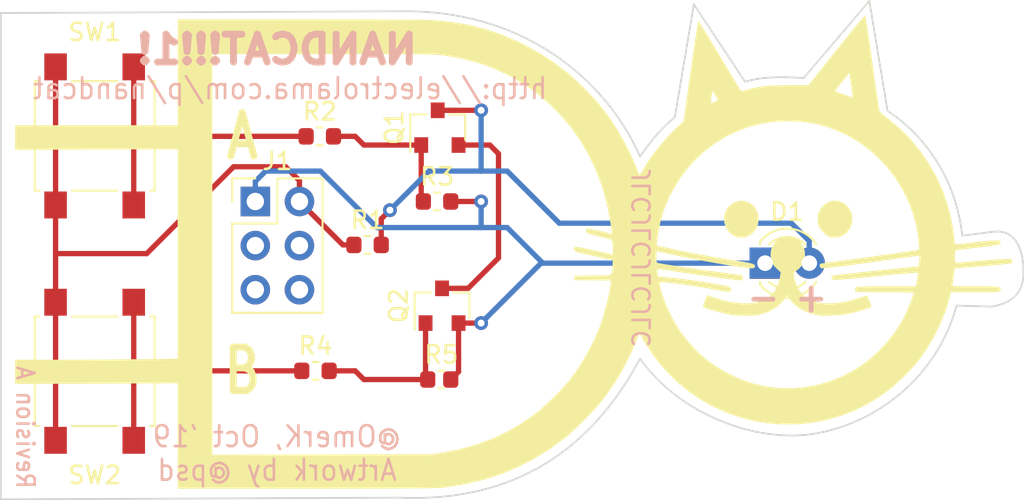
<source format=kicad_pcb>
(kicad_pcb (version 20171130) (host pcbnew "(5.1.4)-1")

  (general
    (thickness 1.6)
    (drawings 171)
    (tracks 74)
    (zones 0)
    (modules 12)
    (nets 13)
  )

  (page A4)
  (layers
    (0 F.Cu signal)
    (31 B.Cu signal)
    (32 B.Adhes user)
    (33 F.Adhes user)
    (34 B.Paste user)
    (35 F.Paste user)
    (36 B.SilkS user)
    (37 F.SilkS user)
    (38 B.Mask user)
    (39 F.Mask user)
    (40 Dwgs.User user)
    (41 Cmts.User user)
    (42 Eco1.User user)
    (43 Eco2.User user)
    (44 Edge.Cuts user)
    (45 Margin user)
    (46 B.CrtYd user)
    (47 F.CrtYd user)
    (48 B.Fab user hide)
    (49 F.Fab user hide)
  )

  (setup
    (last_trace_width 0.3048)
    (user_trace_width 0.3048)
    (trace_clearance 0.2)
    (zone_clearance 0.508)
    (zone_45_only no)
    (trace_min 0.2)
    (via_size 0.6)
    (via_drill 0.4)
    (via_min_size 0.4)
    (via_min_drill 0.3)
    (uvia_size 0.3)
    (uvia_drill 0.1)
    (uvias_allowed no)
    (uvia_min_size 0.2)
    (uvia_min_drill 0.1)
    (edge_width 0.15)
    (segment_width 0.2)
    (pcb_text_width 0.3)
    (pcb_text_size 1.5 1.5)
    (mod_edge_width 0.15)
    (mod_text_size 1 1)
    (mod_text_width 0.15)
    (pad_size 0.875 0.95)
    (pad_drill 0)
    (pad_to_mask_clearance 0.2)
    (aux_axis_origin 0 0)
    (visible_elements 7FFFF7FF)
    (pcbplotparams
      (layerselection 0x010f0_ffffffff)
      (usegerberextensions false)
      (usegerberattributes false)
      (usegerberadvancedattributes false)
      (creategerberjobfile false)
      (excludeedgelayer false)
      (linewidth 0.100000)
      (plotframeref false)
      (viasonmask false)
      (mode 1)
      (useauxorigin false)
      (hpglpennumber 1)
      (hpglpenspeed 20)
      (hpglpendiameter 15.000000)
      (psnegative false)
      (psa4output false)
      (plotreference true)
      (plotvalue true)
      (plotinvisibletext false)
      (padsonsilk false)
      (subtractmaskfromsilk false)
      (outputformat 1)
      (mirror false)
      (drillshape 0)
      (scaleselection 1)
      (outputdirectory "gerbers/"))
  )

  (net 0 "")
  (net 1 GND)
  (net 2 VCC)
  (net 3 /SCL)
  (net 4 /SDA)
  (net 5 /GPIO2)
  (net 6 /GPIO1)
  (net 7 "Net-(Q1-Pad1)")
  (net 8 "Net-(Q1-Pad2)")
  (net 9 "Net-(Q2-Pad1)")
  (net 10 "Net-(R2-Pad1)")
  (net 11 "Net-(R4-Pad1)")
  (net 12 "Net-(D1-Pad2)")

  (net_class Default "This is the default net class."
    (clearance 0.2)
    (trace_width 0.25)
    (via_dia 0.6)
    (via_drill 0.4)
    (uvia_dia 0.3)
    (uvia_drill 0.1)
    (add_net /GPIO1)
    (add_net /GPIO2)
    (add_net /SCL)
    (add_net /SDA)
    (add_net GND)
    (add_net "Net-(D1-Pad2)")
    (add_net "Net-(Q1-Pad1)")
    (add_net "Net-(Q1-Pad2)")
    (add_net "Net-(Q2-Pad1)")
    (add_net "Net-(R2-Pad1)")
    (add_net "Net-(R4-Pad1)")
    (add_net VCC)
  )

  (module LED_THT:LED_D3.0mm (layer F.Cu) (tedit 587A3A7B) (tstamp 5DB2571C)
    (at 69.6 36.8)
    (descr "LED, diameter 3.0mm, 2 pins")
    (tags "LED diameter 3.0mm 2 pins")
    (path /5DB2334B)
    (fp_text reference D1 (at 1.27 -2.96) (layer F.SilkS)
      (effects (font (size 1 1) (thickness 0.15)))
    )
    (fp_text value LED (at 1.27 2.96) (layer F.Fab)
      (effects (font (size 1 1) (thickness 0.15)))
    )
    (fp_arc (start 1.27 0) (end -0.23 -1.16619) (angle 284.3) (layer F.Fab) (width 0.1))
    (fp_arc (start 1.27 0) (end -0.29 -1.235516) (angle 108.8) (layer F.SilkS) (width 0.12))
    (fp_arc (start 1.27 0) (end -0.29 1.235516) (angle -108.8) (layer F.SilkS) (width 0.12))
    (fp_arc (start 1.27 0) (end 0.229039 -1.08) (angle 87.9) (layer F.SilkS) (width 0.12))
    (fp_arc (start 1.27 0) (end 0.229039 1.08) (angle -87.9) (layer F.SilkS) (width 0.12))
    (fp_circle (center 1.27 0) (end 2.77 0) (layer F.Fab) (width 0.1))
    (fp_line (start -0.23 -1.16619) (end -0.23 1.16619) (layer F.Fab) (width 0.1))
    (fp_line (start -0.29 -1.236) (end -0.29 -1.08) (layer F.SilkS) (width 0.12))
    (fp_line (start -0.29 1.08) (end -0.29 1.236) (layer F.SilkS) (width 0.12))
    (fp_line (start -1.15 -2.25) (end -1.15 2.25) (layer F.CrtYd) (width 0.05))
    (fp_line (start -1.15 2.25) (end 3.7 2.25) (layer F.CrtYd) (width 0.05))
    (fp_line (start 3.7 2.25) (end 3.7 -2.25) (layer F.CrtYd) (width 0.05))
    (fp_line (start 3.7 -2.25) (end -1.15 -2.25) (layer F.CrtYd) (width 0.05))
    (pad 1 thru_hole rect (at 0 0) (size 1.8 1.8) (drill 0.9) (layers *.Cu *.Mask)
      (net 1 GND))
    (pad 2 thru_hole circle (at 2.54 0) (size 1.8 1.8) (drill 0.9) (layers *.Cu *.Mask)
      (net 12 "Net-(D1-Pad2)"))
    (model ${KISYS3DMOD}/LED_THT.3dshapes/LED_D3.0mm.wrl
      (offset (xyz 0 0 -3))
      (scale (xyz 1 1 1))
      (rotate (xyz 0 0 0))
    )
  )

  (module Resistor_SMD:R_0603_1608Metric (layer F.Cu) (tedit 5DB1F2D5) (tstamp 5DB24998)
    (at 50.9625 43.5)
    (descr "Resistor SMD 0603 (1608 Metric), square (rectangular) end terminal, IPC_7351 nominal, (Body size source: http://www.tortai-tech.com/upload/download/2011102023233369053.pdf), generated with kicad-footprint-generator")
    (tags resistor)
    (path /5DB29EDB)
    (attr smd)
    (fp_text reference R5 (at 0 -1.43) (layer F.SilkS)
      (effects (font (size 1 1) (thickness 0.15)))
    )
    (fp_text value 100K (at 0 1.43) (layer F.Fab)
      (effects (font (size 1 1) (thickness 0.15)))
    )
    (fp_line (start -0.8 0.4) (end -0.8 -0.4) (layer F.Fab) (width 0.1))
    (fp_line (start -0.8 -0.4) (end 0.8 -0.4) (layer F.Fab) (width 0.1))
    (fp_line (start 0.8 -0.4) (end 0.8 0.4) (layer F.Fab) (width 0.1))
    (fp_line (start 0.8 0.4) (end -0.8 0.4) (layer F.Fab) (width 0.1))
    (fp_line (start -0.162779 -0.51) (end 0.162779 -0.51) (layer F.SilkS) (width 0.12))
    (fp_line (start -0.162779 0.51) (end 0.162779 0.51) (layer F.SilkS) (width 0.12))
    (fp_line (start -1.48 0.73) (end -1.48 -0.73) (layer F.CrtYd) (width 0.05))
    (fp_line (start -1.48 -0.73) (end 1.48 -0.73) (layer F.CrtYd) (width 0.05))
    (fp_line (start 1.48 -0.73) (end 1.48 0.73) (layer F.CrtYd) (width 0.05))
    (fp_line (start 1.48 0.73) (end -1.48 0.73) (layer F.CrtYd) (width 0.05))
    (fp_text user %R (at 0 0) (layer F.Fab)
      (effects (font (size 0.4 0.4) (thickness 0.06)))
    )
    (pad 1 smd roundrect (at -0.7875 0) (size 0.875 0.95) (layers F.Cu F.Paste F.Mask) (roundrect_rratio 0.25)
      (net 9 "Net-(Q2-Pad1)"))
    (pad 2 smd roundrect (at 0.5375 0) (size 0.875 0.95) (layers F.Cu F.Paste F.Mask) (roundrect_rratio 0.25)
      (net 1 GND))
    (model ${KISYS3DMOD}/Resistor_SMD.3dshapes/R_0603_1608Metric.wrl
      (at (xyz 0 0 0))
      (scale (xyz 1 1 1))
      (rotate (xyz 0 0 0))
    )
  )

  (module nand-cat:nand-cat locked (layer F.Cu) (tedit 5DB1C89E) (tstamp 5DB22DD1)
    (at 55 35.85)
    (fp_text reference G*** (at -16.51 -13.97) (layer F.SilkS) hide
      (effects (font (size 1.524 1.524) (thickness 0.3)))
    )
    (fp_text value LOGO (at -16.51 15.24) (layer F.SilkS) hide
      (effects (font (size 1.524 1.524) (thickness 0.3)))
    )
    (fp_poly (pts (xy 18.887048 -2.60962) (xy 19.141852 -2.495205) (xy 19.346668 -2.322353) (xy 19.497259 -2.103869)
      (xy 19.589389 -1.852557) (xy 19.618821 -1.581222) (xy 19.581317 -1.302667) (xy 19.472642 -1.029698)
      (xy 19.43238 -0.961496) (xy 19.260881 -0.766075) (xy 19.037619 -0.622928) (xy 18.782996 -0.540047)
      (xy 18.517414 -0.525425) (xy 18.377884 -0.548408) (xy 18.161876 -0.641631) (xy 17.959498 -0.801654)
      (xy 17.79189 -1.010943) (xy 17.764402 -1.057169) (xy 17.690797 -1.202166) (xy 17.651297 -1.329549)
      (xy 17.636131 -1.479164) (xy 17.634622 -1.586336) (xy 17.641689 -1.769702) (xy 17.668707 -1.909627)
      (xy 17.725369 -2.046711) (xy 17.760446 -2.113403) (xy 17.932663 -2.351043) (xy 18.14802 -2.522612)
      (xy 18.395418 -2.623223) (xy 18.663762 -2.647988) (xy 18.887048 -2.60962)) (layer F.SilkS) (width 0.01))
    (fp_poly (pts (xy 13.405297 -2.630729) (xy 13.655106 -2.549607) (xy 13.880974 -2.396418) (xy 13.935754 -2.342794)
      (xy 14.097084 -2.113659) (xy 14.193868 -1.846264) (xy 14.223045 -1.560553) (xy 14.181554 -1.276474)
      (xy 14.123513 -1.11948) (xy 13.975996 -0.887579) (xy 13.780258 -0.704962) (xy 13.551798 -0.579492)
      (xy 13.306114 -0.519029) (xy 13.058704 -0.531437) (xy 12.996059 -0.547554) (xy 12.720359 -0.67188)
      (xy 12.502069 -0.856373) (xy 12.346464 -1.094486) (xy 12.25882 -1.379675) (xy 12.246155 -1.477948)
      (xy 12.253354 -1.780334) (xy 12.335225 -2.049279) (xy 12.459712 -2.25247) (xy 12.658754 -2.450653)
      (xy 12.892467 -2.580355) (xy 13.146199 -2.640679) (xy 13.405297 -2.630729)) (layer F.SilkS) (width 0.01))
    (fp_poly (pts (xy 16.192118 -0.554151) (xy 16.439321 -0.44171) (xy 16.643165 -0.258638) (xy 16.790802 -0.022897)
      (xy 16.877451 0.249967) (xy 16.894455 0.530076) (xy 16.845855 0.800957) (xy 16.735694 1.046137)
      (xy 16.568013 1.249144) (xy 16.457991 1.3335) (xy 16.348465 1.413878) (xy 16.283112 1.49634)
      (xy 16.258506 1.599108) (xy 16.27122 1.740408) (xy 16.317829 1.938463) (xy 16.333489 1.995783)
      (xy 16.472869 2.362366) (xy 16.670331 2.667751) (xy 16.925192 2.911693) (xy 17.236771 3.093948)
      (xy 17.604386 3.214271) (xy 18.027355 3.272418) (xy 18.504997 3.268144) (xy 19.036629 3.201205)
      (xy 19.452166 3.114139) (xy 19.673451 3.056987) (xy 19.903354 2.991309) (xy 20.104095 2.928105)
      (xy 20.170281 2.905067) (xy 20.312495 2.854635) (xy 20.418233 2.819502) (xy 20.467649 2.806213)
      (xy 20.469007 2.806559) (xy 20.583112 3.062886) (xy 20.659011 3.251698) (xy 20.698972 3.379847)
      (xy 20.705264 3.454182) (xy 20.691324 3.477579) (xy 20.612618 3.512678) (xy 20.470188 3.563473)
      (xy 20.282265 3.624403) (xy 20.06708 3.689907) (xy 19.842865 3.754425) (xy 19.627849 3.812395)
      (xy 19.452166 3.855548) (xy 19.124035 3.912432) (xy 18.716027 3.951215) (xy 18.413536 3.966421)
      (xy 18.147667 3.974462) (xy 17.9452 3.975851) (xy 17.785032 3.969209) (xy 17.646062 3.953159)
      (xy 17.507189 3.926322) (xy 17.397536 3.90008) (xy 16.952626 3.752276) (xy 16.566857 3.547606)
      (xy 16.242863 3.287802) (xy 15.98328 2.974596) (xy 15.978951 2.968083) (xy 15.864566 2.795235)
      (xy 15.742383 2.979699) (xy 15.489416 3.286059) (xy 15.171098 3.544103) (xy 14.794737 3.748974)
      (xy 14.367645 3.895814) (xy 14.360887 3.897551) (xy 14.185591 3.935628) (xy 14.001545 3.959692)
      (xy 13.784703 3.971786) (xy 13.51102 3.973951) (xy 13.465811 3.973568) (xy 13.244436 3.970182)
      (xy 13.045817 3.964996) (xy 12.889333 3.958667) (xy 12.79436 3.95185) (xy 12.784666 3.950521)
      (xy 12.542748 3.90575) (xy 12.27494 3.847423) (xy 11.997521 3.780008) (xy 11.726769 3.707968)
      (xy 11.478964 3.63577) (xy 11.270383 3.567881) (xy 11.117305 3.508765) (xy 11.052303 3.475264)
      (xy 11.027187 3.443265) (xy 11.029085 3.384965) (xy 11.061576 3.283986) (xy 11.128239 3.123948)
      (xy 11.12987 3.120207) (xy 11.267633 2.804243) (xy 11.682065 2.943536) (xy 12.235233 3.105866)
      (xy 12.760998 3.213296) (xy 13.253768 3.26619) (xy 13.707956 3.264915) (xy 14.117972 3.209838)
      (xy 14.478226 3.101323) (xy 14.783129 2.939736) (xy 15.027091 2.725445) (xy 15.027933 2.724487)
      (xy 15.189511 2.494774) (xy 15.326406 2.211887) (xy 15.424876 1.906608) (xy 15.452365 1.773854)
      (xy 15.501657 1.481622) (xy 15.268374 1.259394) (xy 15.131879 1.118606) (xy 15.044044 0.994467)
      (xy 14.984204 0.855021) (xy 14.963526 0.787963) (xy 14.915931 0.492224) (xy 14.940391 0.211536)
      (xy 15.029577 -0.043394) (xy 15.17616 -0.261861) (xy 15.37281 -0.433162) (xy 15.612199 -0.546589)
      (xy 15.886998 -0.591439) (xy 15.908109 -0.591737) (xy 16.192118 -0.554151)) (layer F.SilkS) (width 0.01))
    (fp_poly (pts (xy 20.358957 -13.308507) (xy 20.370462 -13.26113) (xy 20.392547 -13.137125) (xy 20.424115 -12.94372)
      (xy 20.464068 -12.688145) (xy 20.511308 -12.377628) (xy 20.564738 -12.019398) (xy 20.62326 -11.620684)
      (xy 20.685776 -11.188715) (xy 20.75119 -10.730721) (xy 20.76308 -10.646834) (xy 20.82898 -10.181583)
      (xy 20.891816 -9.738391) (xy 20.950509 -9.324844) (xy 21.003979 -8.948531) (xy 21.051146 -8.61704)
      (xy 21.090931 -8.337959) (xy 21.122254 -8.118874) (xy 21.144035 -7.967375) (xy 21.155194 -7.891048)
      (xy 21.155852 -7.886761) (xy 21.174098 -7.82489) (xy 21.215887 -7.759744) (xy 21.291685 -7.68096)
      (xy 21.411959 -7.578176) (xy 21.587177 -7.44103) (xy 21.669008 -7.378761) (xy 22.34704 -6.812654)
      (xy 22.970328 -6.184824) (xy 23.534933 -5.501275) (xy 24.036915 -4.768014) (xy 24.472337 -3.991044)
      (xy 24.837259 -3.176372) (xy 25.127742 -2.330003) (xy 25.2314 -1.947334) (xy 25.294948 -1.671382)
      (xy 25.354532 -1.374499) (xy 25.406756 -1.077418) (xy 25.448226 -0.800872) (xy 25.475546 -0.565594)
      (xy 25.485314 -0.396734) (xy 25.485908 -0.307487) (xy 25.493335 -0.239459) (xy 25.517261 -0.191149)
      (xy 25.567347 -0.161058) (xy 25.653257 -0.147682) (xy 25.784654 -0.149521) (xy 25.971202 -0.165074)
      (xy 26.222562 -0.19284) (xy 26.548398 -0.231317) (xy 26.549361 -0.23143) (xy 26.849581 -0.265673)
      (xy 27.140074 -0.296477) (xy 27.404128 -0.322247) (xy 27.625036 -0.341387) (xy 27.786086 -0.352302)
      (xy 27.834166 -0.354097) (xy 27.990533 -0.354739) (xy 28.081184 -0.345872) (xy 28.124941 -0.322658)
      (xy 28.140625 -0.280262) (xy 28.141325 -0.275167) (xy 28.135522 -0.180915) (xy 28.120012 -0.14139)
      (xy 28.069068 -0.122218) (xy 27.941589 -0.096321) (xy 27.745338 -0.064875) (xy 27.48808 -0.029052)
      (xy 27.177577 0.009971) (xy 26.923853 0.039567) (xy 26.613321 0.075104) (xy 26.32549 0.108735)
      (xy 26.072545 0.138979) (xy 25.86667 0.16436) (xy 25.720048 0.183399) (xy 25.644865 0.194617)
      (xy 25.643416 0.194903) (xy 25.58683 0.20931) (xy 25.552399 0.236461) (xy 25.53462 0.294319)
      (xy 25.527988 0.400845) (xy 25.527 0.574002) (xy 25.527 0.574863) (xy 25.525356 0.719402)
      (xy 25.528726 0.820948) (xy 25.549559 0.88567) (xy 25.600302 0.919738) (xy 25.693406 0.929321)
      (xy 25.841318 0.920588) (xy 26.05649 0.899708) (xy 26.162 0.889541) (xy 26.708909 0.839559)
      (xy 27.200654 0.797372) (xy 27.633205 0.763234) (xy 28.002529 0.7374) (xy 28.304595 0.720124)
      (xy 28.535373 0.71166) (xy 28.690832 0.712262) (xy 28.76694 0.722184) (xy 28.771955 0.725024)
      (xy 28.821023 0.805852) (xy 28.821069 0.898813) (xy 28.780319 0.956423) (xy 28.728074 0.966747)
      (xy 28.601359 0.982615) (xy 28.410117 1.003049) (xy 28.164292 1.027074) (xy 27.873829 1.053713)
      (xy 27.548671 1.081988) (xy 27.245735 1.107124) (xy 26.894195 1.135969) (xy 26.564915 1.163574)
      (xy 26.268559 1.189003) (xy 26.015791 1.211316) (xy 25.817274 1.229574) (xy 25.683673 1.242839)
      (xy 25.629813 1.249369) (xy 25.499793 1.270998) (xy 25.448014 1.716442) (xy 25.424366 1.906922)
      (xy 25.4014 2.069512) (xy 25.382197 2.183524) (xy 25.372421 2.223942) (xy 25.37485 2.24148)
      (xy 25.40251 2.25544) (xy 25.463565 2.266213) (xy 25.566177 2.274191) (xy 25.71851 2.279765)
      (xy 25.928727 2.283326) (xy 26.20499 2.285263) (xy 26.555464 2.285969) (xy 26.668253 2.286)
      (xy 27.063578 2.286674) (xy 27.382349 2.289288) (xy 27.632676 2.29473) (xy 27.822666 2.303887)
      (xy 27.960427 2.317646) (xy 28.054066 2.336894) (xy 28.111691 2.362519) (xy 28.141409 2.395409)
      (xy 28.151329 2.43645) (xy 28.151666 2.448356) (xy 28.148758 2.495152) (xy 28.134534 2.532847)
      (xy 28.100742 2.562423) (xy 28.039132 2.584862) (xy 27.941454 2.601147) (xy 27.799456 2.612261)
      (xy 27.604888 2.619187) (xy 27.3495 2.622908) (xy 27.02504 2.624406) (xy 26.671466 2.624666)
      (xy 25.292865 2.624666) (xy 25.193472 3.01625) (xy 24.974265 3.735678) (xy 24.682188 4.463962)
      (xy 24.325233 5.184857) (xy 23.911391 5.882115) (xy 23.481968 6.495774) (xy 23.27221 6.754206)
      (xy 23.013032 7.044657) (xy 22.722814 7.348436) (xy 22.419933 7.646846) (xy 22.122767 7.921195)
      (xy 21.865166 8.140358) (xy 21.152956 8.662914) (xy 20.410155 9.109368) (xy 19.641665 9.480484)
      (xy 18.852387 9.777029) (xy 18.047223 9.999767) (xy 17.231074 10.149466) (xy 16.408841 10.226889)
      (xy 15.585427 10.232804) (xy 14.765733 10.167974) (xy 13.95466 10.033167) (xy 13.15711 9.829148)
      (xy 12.377984 9.556681) (xy 11.622185 9.216534) (xy 10.894612 8.809471) (xy 10.200168 8.336258)
      (xy 9.543755 7.79766) (xy 8.930273 7.194444) (xy 8.364625 6.527374) (xy 7.963624 5.969)
      (xy 7.830702 5.765423) (xy 7.702899 5.562448) (xy 7.594043 5.382486) (xy 7.517958 5.247952)
      (xy 7.513197 5.23885) (xy 7.445666 5.114326) (xy 7.392368 5.026724) (xy 7.366 4.995892)
      (xy 7.342601 5.03282) (xy 7.2988 5.130821) (xy 7.242729 5.271258) (xy 7.222869 5.323875)
      (xy 6.889298 6.123614) (xy 6.484285 6.928893) (xy 6.017849 7.722177) (xy 5.500008 8.48593)
      (xy 5.161177 8.932333) (xy 4.953431 9.180399) (xy 4.695989 9.465989) (xy 4.404779 9.773132)
      (xy 4.095731 10.085855) (xy 3.784773 10.388189) (xy 3.487833 10.66416) (xy 3.220841 10.897797)
      (xy 3.112065 10.986977) (xy 2.248963 11.623822) (xy 1.353351 12.183143) (xy 0.423802 12.665526)
      (xy -0.541107 13.071558) (xy -1.542802 13.401825) (xy -2.582709 13.656916) (xy -3.662252 13.837415)
      (xy -3.873241 13.863475) (xy -3.952922 13.871701) (xy -4.047244 13.879213) (xy -4.160052 13.886041)
      (xy -4.295192 13.892216) (xy -4.45651 13.89777) (xy -4.647852 13.902733) (xy -4.873065 13.907137)
      (xy -5.135993 13.911013) (xy -5.440484 13.914392) (xy -5.790382 13.917304) (xy -6.189535 13.919781)
      (xy -6.641787 13.921855) (xy -7.150985 13.923555) (xy -7.720975 13.924913) (xy -8.355603 13.925961)
      (xy -9.058715 13.926728) (xy -9.834157 13.927247) (xy -10.685774 13.927548) (xy -11.617413 13.927663)
      (xy -11.821324 13.927666) (xy -19.219334 13.927666) (xy -19.219334 7.863772) (xy -23.897167 7.880781)
      (xy -28.575 7.897791) (xy -28.575 6.519333) (xy -26.786417 6.519299) (xy -26.415344 6.518829)
      (xy -25.973477 6.517489) (xy -25.474682 6.515362) (xy -24.932826 6.512531) (xy -24.361777 6.509079)
      (xy -23.775401 6.50509) (xy -23.187565 6.500647) (xy -22.612136 6.495834) (xy -22.108584 6.491179)
      (xy -19.219334 6.463093) (xy -19.219316 -5.609167) (xy -23.897158 -5.595918) (xy -28.575001 -5.582668)
      (xy -28.575001 -6.283834) (xy -28.575 -6.985) (xy -19.219334 -6.985) (xy -19.219334 -11.091334)
      (xy -17.229667 -11.091334) (xy -17.229667 11.983455) (xy -10.89025 11.969566) (xy -4.550834 11.955677)
      (xy -3.962113 11.86018) (xy -2.966375 11.661571) (xy -2.020351 11.396074) (xy -1.119487 11.061793)
      (xy -0.259233 10.65683) (xy 0.564967 10.179285) (xy 1.312333 9.661449) (xy 1.537975 9.481225)
      (xy 1.80133 9.253159) (xy 2.087442 8.991775) (xy 2.381357 8.711596) (xy 2.668121 8.427145)
      (xy 2.932781 8.152946) (xy 3.160381 7.903523) (xy 3.327146 7.704666) (xy 3.694005 7.20532)
      (xy 4.053878 6.652911) (xy 4.393944 6.070199) (xy 4.70138 5.47994) (xy 4.963365 4.904892)
      (xy 5.100744 4.556757) (xy 5.196492 4.278842) (xy 5.293938 3.964688) (xy 5.389397 3.629354)
      (xy 5.479185 3.287899) (xy 5.559616 2.955383) (xy 5.627006 2.646864) (xy 5.677669 2.377402)
      (xy 5.707921 2.162056) (xy 5.715 2.046502) (xy 5.715 1.948812) (xy 3.6195 1.926166)
      (xy 3.6195 1.672166) (xy 4.687792 1.660857) (xy 5.021387 1.658613) (xy 5.280143 1.656714)
      (xy 5.473739 1.650526) (xy 5.611857 1.635414) (xy 5.704176 1.606745) (xy 5.760378 1.559885)
      (xy 5.790141 1.490198) (xy 5.803148 1.39305) (xy 5.809078 1.263809) (xy 5.816074 1.120719)
      (xy 5.837889 0.780939) (xy 4.957391 0.58645) (xy 8.339666 0.58645) (xy 8.340812 0.754536)
      (xy 8.348224 0.856534) (xy 8.367861 0.911019) (xy 8.405685 0.936569) (xy 8.456083 0.949305)
      (xy 8.597111 0.976186) (xy 8.809608 1.012663) (xy 9.081154 1.056865) (xy 9.39933 1.106926)
      (xy 9.751719 1.160976) (xy 10.1259 1.217148) (xy 10.509454 1.273574) (xy 10.889964 1.328385)
      (xy 11.255011 1.379712) (xy 11.592174 1.425689) (xy 11.832166 1.457192) (xy 12.219599 1.506887)
      (xy 12.531454 1.547135) (xy 12.776097 1.579528) (xy 12.961894 1.605656) (xy 13.09721 1.62711)
      (xy 13.190412 1.645482) (xy 13.249866 1.662361) (xy 13.283938 1.67934) (xy 13.300994 1.698008)
      (xy 13.3094 1.719958) (xy 13.314944 1.739168) (xy 13.321073 1.846476) (xy 13.256609 1.910526)
      (xy 13.120287 1.932065) (xy 12.999929 1.924489) (xy 12.706466 1.889092) (xy 12.346725 1.843058)
      (xy 11.938082 1.788807) (xy 11.497912 1.72876) (xy 11.043593 1.665337) (xy 10.592499 1.600958)
      (xy 10.162007 1.538045) (xy 9.769493 1.479016) (xy 9.493964 1.436131) (xy 9.20238 1.390651)
      (xy 8.939242 1.351155) (xy 8.715816 1.319209) (xy 8.543369 1.296377) (xy 8.433164 1.284226)
      (xy 8.396548 1.283673) (xy 8.39083 1.33286) (xy 8.397033 1.437569) (xy 8.405506 1.511519)
      (xy 8.433241 1.72059) (xy 9.029633 1.771669) (xy 9.296402 1.797782) (xy 9.606406 1.833577)
      (xy 9.948157 1.877246) (xy 10.310169 1.926978) (xy 10.680952 1.980964) (xy 11.049021 2.037395)
      (xy 11.402886 2.09446) (xy 11.731062 2.150351) (xy 12.022059 2.203257) (xy 12.264391 2.25137)
      (xy 12.44657 2.292879) (xy 12.557109 2.325975) (xy 12.562416 2.328164) (xy 12.640062 2.398548)
      (xy 12.65204 2.494499) (xy 12.598902 2.578402) (xy 12.556809 2.592807) (xy 12.474238 2.593695)
      (xy 12.3416 2.579946) (xy 12.149307 2.550441) (xy 11.887768 2.504059) (xy 11.762819 2.480757)
      (xy 11.43312 2.42099) (xy 11.081154 2.361328) (xy 10.716827 2.303077) (xy 10.350048 2.247546)
      (xy 9.990721 2.196043) (xy 9.648755 2.149875) (xy 9.334055 2.11035) (xy 9.056528 2.078775)
      (xy 8.826082 2.056458) (xy 8.652623 2.044708) (xy 8.546058 2.044831) (xy 8.516931 2.05229)
      (xy 8.514456 2.10597) (xy 8.536882 2.224548) (xy 8.579845 2.393476) (xy 8.638983 2.598203)
      (xy 8.70993 2.82418) (xy 8.788324 3.056857) (xy 8.869801 3.281685) (xy 8.936877 3.45248)
      (xy 9.275234 4.166074) (xy 9.686295 4.839995) (xy 10.164997 5.468041) (xy 10.706275 6.044008)
      (xy 11.305063 6.561696) (xy 11.722506 6.86386) (xy 12.41573 7.281591) (xy 13.133303 7.619235)
      (xy 13.87219 7.876041) (xy 14.629354 8.051262) (xy 15.40176 8.144147) (xy 16.186373 8.153947)
      (xy 16.764259 8.108306) (xy 17.543256 7.977653) (xy 18.287806 7.771311) (xy 19.005232 7.486717)
      (xy 19.702858 7.121307) (xy 19.864923 7.023305) (xy 20.476185 6.596697) (xy 21.051684 6.100583)
      (xy 21.581419 5.54611) (xy 22.055388 4.944423) (xy 22.463591 4.306668) (xy 22.691115 3.8735)
      (xy 22.775025 3.690545) (xy 22.864055 3.482529) (xy 22.951642 3.266518) (xy 23.031226 3.059577)
      (xy 23.096243 2.878772) (xy 23.140133 2.741167) (xy 23.156332 2.663828) (xy 23.156333 2.663626)
      (xy 23.115136 2.65403) (xy 22.996082 2.645507) (xy 22.805975 2.638219) (xy 22.551621 2.63233)
      (xy 22.239823 2.628003) (xy 21.877386 2.625401) (xy 21.529962 2.624666) (xy 21.164969 2.624016)
      (xy 20.825099 2.622161) (xy 20.520004 2.61925) (xy 20.259336 2.615428) (xy 20.052749 2.610842)
      (xy 19.909895 2.605639) (xy 19.840426 2.599964) (xy 19.836629 2.59897) (xy 19.78173 2.540259)
      (xy 19.774242 2.449281) (xy 19.812142 2.362511) (xy 19.85155 2.329822) (xy 19.917974 2.317565)
      (xy 20.065932 2.307198) (xy 20.292313 2.298798) (xy 20.594003 2.292442) (xy 20.96789 2.28821)
      (xy 21.410861 2.286178) (xy 21.603985 2.286) (xy 23.274537 2.286) (xy 23.342521 1.915583)
      (xy 23.372955 1.745155) (xy 23.396328 1.605488) (xy 23.409084 1.518233) (xy 23.410419 1.502376)
      (xy 23.36897 1.497238) (xy 23.247235 1.501152) (xy 23.049077 1.513795) (xy 22.778356 1.53485)
      (xy 22.438934 1.563996) (xy 22.034672 1.600914) (xy 21.569432 1.645283) (xy 21.047075 1.696784)
      (xy 20.971054 1.7044) (xy 20.424034 1.758843) (xy 19.956218 1.804352) (xy 19.562656 1.841315)
      (xy 19.238401 1.870121) (xy 18.978502 1.89116) (xy 18.778013 1.904819) (xy 18.631984 1.911489)
      (xy 18.535467 1.911559) (xy 18.483514 1.905417) (xy 18.473387 1.900756) (xy 18.423229 1.819142)
      (xy 18.422995 1.725866) (xy 18.464414 1.667789) (xy 18.510801 1.660091) (xy 18.632368 1.644777)
      (xy 18.820066 1.622803) (xy 19.064845 1.595127) (xy 19.357653 1.562703) (xy 19.68944 1.52649)
      (xy 20.051156 1.487443) (xy 20.43375 1.446519) (xy 20.828172 1.404673) (xy 21.225372 1.362864)
      (xy 21.616298 1.322046) (xy 21.991901 1.283177) (xy 22.34313 1.247213) (xy 22.660934 1.215109)
      (xy 22.936263 1.187824) (xy 23.160067 1.166313) (xy 23.323295 1.151532) (xy 23.41662 1.144453)
      (xy 23.433748 1.105621) (xy 23.452444 1.007814) (xy 23.469964 0.876613) (xy 23.483568 0.737599)
      (xy 23.49051 0.616355) (xy 23.48805 0.538461) (xy 23.483106 0.524328) (xy 23.437956 0.525499)
      (xy 23.318203 0.537812) (xy 23.133006 0.560082) (xy 22.891526 0.591124) (xy 22.602924 0.629756)
      (xy 22.276361 0.674793) (xy 21.920997 0.725051) (xy 21.838141 0.736938) (xy 21.097349 0.842754)
      (xy 20.437903 0.935346) (xy 19.857567 1.014986) (xy 19.3541 1.081942) (xy 18.925267 1.136485)
      (xy 18.568828 1.178884) (xy 18.282546 1.209411) (xy 18.064183 1.228334) (xy 17.9115 1.235924)
      (xy 17.822261 1.23245) (xy 17.797262 1.224426) (xy 17.747025 1.144124) (xy 17.743729 1.051853)
      (xy 17.782825 0.993086) (xy 17.834798 0.980758) (xy 17.959989 0.959381) (xy 18.147621 0.930545)
      (xy 18.386916 0.895841) (xy 18.667096 0.856857) (xy 18.977385 0.815183) (xy 19.084575 0.801108)
      (xy 19.521646 0.743507) (xy 19.970784 0.68333) (xy 20.424111 0.621708) (xy 20.873749 0.559772)
      (xy 21.311821 0.498652) (xy 21.730447 0.43948) (xy 22.121751 0.383387) (xy 22.477854 0.331503)
      (xy 22.790878 0.28496) (xy 23.052946 0.244887) (xy 23.256179 0.212416) (xy 23.3927 0.188678)
      (xy 23.454631 0.174804) (xy 23.45728 0.173412) (xy 23.467672 0.117473) (xy 23.46551 -0.005887)
      (xy 23.452509 -0.180637) (xy 23.430386 -0.390743) (xy 23.400855 -0.620172) (xy 23.365634 -0.852892)
      (xy 23.326436 -1.072868) (xy 23.320943 -1.100667) (xy 23.128455 -1.853701) (xy 22.860299 -2.580543)
      (xy 22.52132 -3.275306) (xy 22.116361 -3.932101) (xy 21.650268 -4.545037) (xy 21.127885 -5.108227)
      (xy 20.554058 -5.615781) (xy 19.93363 -6.06181) (xy 19.271447 -6.440426) (xy 18.725616 -6.686544)
      (xy 18.174185 -6.888456) (xy 17.651784 -7.037685) (xy 17.129276 -7.140328) (xy 16.577524 -7.20248)
      (xy 16.150166 -7.225434) (xy 15.347164 -7.211447) (xy 14.564611 -7.115654) (xy 13.805232 -6.939037)
      (xy 13.071751 -6.682582) (xy 12.366894 -6.347272) (xy 11.693385 -5.934091) (xy 11.053948 -5.444022)
      (xy 10.9373 -5.342977) (xy 10.397946 -4.813501) (xy 9.910417 -4.226594) (xy 9.48008 -3.592182)
      (xy 9.112299 -2.92019) (xy 8.81244 -2.220544) (xy 8.585868 -1.503171) (xy 8.437948 -0.777996)
      (xy 8.426753 -0.6985) (xy 8.402064 -0.51474) (xy 8.379038 -0.343024) (xy 8.362196 -0.217092)
      (xy 8.360698 -0.20585) (xy 8.353359 -0.102824) (xy 8.378902 -0.054556) (xy 8.452819 -0.032942)
      (xy 8.456345 -0.032344) (xy 8.531078 -0.017866) (xy 8.674652 0.011629) (xy 8.873163 0.053219)
      (xy 9.112709 0.103986) (xy 9.379384 0.161009) (xy 9.482666 0.18322) (xy 10.435227 0.379686)
      (xy 11.404017 0.561647) (xy 12.416148 0.734068) (xy 12.972256 0.822172) (xy 13.29589 0.873248)
      (xy 13.54514 0.915725) (xy 13.729518 0.952396) (xy 13.858536 0.986052) (xy 13.941708 1.019486)
      (xy 13.988545 1.055489) (xy 14.00856 1.096853) (xy 14.011685 1.127233) (xy 14.007152 1.170472)
      (xy 13.987646 1.203888) (xy 13.946262 1.227004) (xy 13.876095 1.239343) (xy 13.77024 1.240429)
      (xy 13.621792 1.229784) (xy 13.423845 1.206931) (xy 13.169494 1.171394) (xy 12.851835 1.122696)
      (xy 12.463961 1.060359) (xy 12.043833 0.991325) (xy 11.717032 0.935624) (xy 11.353164 0.870686)
      (xy 10.964337 0.798919) (xy 10.562656 0.722731) (xy 10.160227 0.644527) (xy 9.769156 0.566717)
      (xy 9.401551 0.491706) (xy 9.069516 0.421903) (xy 8.785158 0.359714) (xy 8.560583 0.307546)
      (xy 8.41375 0.269495) (xy 8.376807 0.267419) (xy 8.354605 0.297636) (xy 8.343502 0.375731)
      (xy 8.339855 0.517287) (xy 8.339666 0.58645) (xy 4.957391 0.58645) (xy 4.813361 0.554636)
      (xy 4.525497 0.490457) (xy 4.261101 0.430388) (xy 4.032723 0.37737) (xy 3.852912 0.334342)
      (xy 3.734218 0.304248) (xy 3.693583 0.292214) (xy 3.623929 0.231443) (xy 3.597184 0.140601)
      (xy 3.616945 0.054608) (xy 3.664931 0.014119) (xy 3.725812 0.015081) (xy 3.854767 0.033217)
      (xy 4.037537 0.065977) (xy 4.259858 0.110809) (xy 4.501014 0.163692) (xy 4.76856 0.224208)
      (xy 5.029559 0.28257) (xy 5.264052 0.334363) (xy 5.45208 0.375174) (xy 5.55625 0.397074)
      (xy 5.842 0.455328) (xy 5.83956 0.195914) (xy 5.833144 0.022585) (xy 5.819276 -0.144648)
      (xy 5.807679 -0.22922) (xy 5.778238 -0.39494) (xy 5.037535 -0.589054) (xy 4.774658 -0.658395)
      (xy 4.582429 -0.711256) (xy 4.449517 -0.752306) (xy 4.364589 -0.786216) (xy 4.316311 -0.817656)
      (xy 4.293352 -0.851295) (xy 4.284378 -0.891805) (xy 4.283414 -0.899825) (xy 4.295817 -1.005313)
      (xy 4.33747 -1.042374) (xy 4.395348 -1.040001) (xy 4.518817 -1.020244) (xy 4.691446 -0.986718)
      (xy 4.896804 -0.943034) (xy 5.11846 -0.892808) (xy 5.339983 -0.839653) (xy 5.544943 -0.787183)
      (xy 5.716908 -0.73901) (xy 5.717101 -0.738952) (xy 5.74482 -0.736085) (xy 5.762424 -0.753744)
      (xy 5.769312 -0.802112) (xy 5.764883 -0.89137) (xy 5.748537 -1.031701) (xy 5.719674 -1.233285)
      (xy 5.677692 -1.506307) (xy 5.668303 -1.566334) (xy 5.47661 -2.533206) (xy 5.210895 -3.467896)
      (xy 4.873818 -4.366641) (xy 4.468042 -5.225677) (xy 3.996228 -6.041242) (xy 3.461039 -6.809574)
      (xy 2.865136 -7.526908) (xy 2.211181 -8.189482) (xy 1.501837 -8.793533) (xy 0.739764 -9.335298)
      (xy -0.072375 -9.811014) (xy -0.216958 -9.885928) (xy -1.094381 -10.285618) (xy -1.999016 -10.605881)
      (xy -2.933058 -10.847354) (xy -3.8987 -11.010672) (xy -4.227236 -11.047779) (xy -4.336656 -11.054244)
      (xy -4.528774 -11.060236) (xy -4.801622 -11.06574) (xy -5.153231 -11.070746) (xy -5.581635 -11.075239)
      (xy -6.084864 -11.079208) (xy -6.660952 -11.082639) (xy -7.30793 -11.085519) (xy -8.023831 -11.087837)
      (xy -8.806686 -11.089579) (xy -9.654529 -11.090732) (xy -10.56539 -11.091284) (xy -10.947653 -11.091334)
      (xy -17.229667 -11.091334) (xy -19.219334 -11.091334) (xy -19.219334 -13.081) (xy -12.139084 -13.080582)
      (xy -11.161286 -13.080249) (xy -10.2396 -13.079376) (xy -9.376356 -13.077978) (xy -8.573882 -13.076068)
      (xy -7.834507 -13.073659) (xy -7.16056 -13.070765) (xy -6.55437 -13.067398) (xy -6.018266 -13.063573)
      (xy -5.554576 -13.059302) (xy -5.165631 -13.0546) (xy -4.853758 -13.049478) (xy -4.621287 -13.043952)
      (xy -4.470547 -13.038033) (xy -4.445 -13.036429) (xy -3.423458 -12.930464) (xy -2.447806 -12.759744)
      (xy -1.505622 -12.520905) (xy -0.584486 -12.210579) (xy 0.328023 -11.825399) (xy 0.719666 -11.636508)
      (xy 1.646569 -11.125966) (xy 2.527763 -10.544664) (xy 3.360912 -9.894553) (xy 4.14368 -9.177587)
      (xy 4.87373 -8.395717) (xy 5.450613 -7.682174) (xy 5.773029 -7.227557) (xy 6.099453 -6.715162)
      (xy 6.4165 -6.168966) (xy 6.710785 -5.612942) (xy 6.968924 -5.071065) (xy 7.151478 -4.6355)
      (xy 7.224833 -4.450084) (xy 7.289395 -4.293803) (xy 7.337982 -4.183598) (xy 7.362849 -4.136958)
      (xy 7.39695 -4.15319) (xy 7.454743 -4.228417) (xy 7.513215 -4.327458) (xy 7.765958 -4.757006)
      (xy 8.073499 -5.210157) (xy 8.420774 -5.668531) (xy 8.792719 -6.113744) (xy 9.174269 -6.527414)
      (xy 9.550359 -6.891158) (xy 9.767136 -7.077802) (xy 9.903439 -7.189047) (xy 10.062786 -8.31703)
      (xy 11.481704 -8.31703) (xy 11.492878 -8.259391) (xy 11.498629 -8.256913) (xy 11.555555 -8.276434)
      (xy 11.657065 -8.323675) (xy 11.712624 -8.352163) (xy 11.889415 -8.4455) (xy 11.728384 -8.712563)
      (xy 11.583896 -8.952188) (xy 18.635034 -8.952188) (xy 18.67932 -8.932182) (xy 18.785255 -8.891463)
      (xy 18.934464 -8.836969) (xy 19.030352 -8.802924) (xy 19.202889 -8.740808) (xy 19.349343 -8.685423)
      (xy 19.448192 -8.64503) (xy 19.473333 -8.632869) (xy 19.573301 -8.596894) (xy 19.630654 -8.622539)
      (xy 19.639535 -8.66775) (xy 19.632508 -8.734273) (xy 19.615264 -8.867757) (xy 19.590075 -9.051425)
      (xy 19.559212 -9.268498) (xy 19.543965 -9.373384) (xy 19.451527 -10.004934) (xy 19.035362 -9.48648)
      (xy 18.894511 -9.30887) (xy 18.776087 -9.155433) (xy 18.688713 -9.037677) (xy 18.641011 -8.967108)
      (xy 18.635034 -8.952188) (xy 11.583896 -8.952188) (xy 11.567352 -8.979625) (xy 11.542486 -8.839563)
      (xy 11.507466 -8.619847) (xy 11.486886 -8.441425) (xy 11.481704 -8.31703) (xy 10.062786 -8.31703)
      (xy 10.313629 -10.09269) (xy 10.382567 -10.577757) (xy 10.448702 -11.037443) (xy 10.511014 -11.465002)
      (xy 10.568479 -11.853687) (xy 10.620078 -12.196753) (xy 10.664788 -12.487455) (xy 10.701588 -12.719046)
      (xy 10.729456 -12.88478) (xy 10.747372 -12.977912) (xy 10.753293 -12.996334) (xy 10.779921 -12.961053)
      (xy 10.845831 -12.859588) (xy 10.946994 -12.698507) (xy 11.079383 -12.484377) (xy 11.238971 -12.223765)
      (xy 11.421728 -11.923239) (xy 11.623628 -11.589366) (xy 11.840642 -11.228713) (xy 11.98009 -10.996084)
      (xy 12.204589 -10.621284) (xy 12.416303 -10.268307) (xy 12.611201 -9.943838) (xy 12.785256 -9.654564)
      (xy 12.934438 -9.40717) (xy 13.054716 -9.208342) (xy 13.142062 -9.064764) (xy 13.192445 -8.983123)
      (xy 13.20329 -8.966612) (xy 13.253733 -8.962938) (xy 13.362692 -8.980402) (xy 13.507747 -9.015278)
      (xy 13.5255 -9.020172) (xy 13.823834 -9.099153) (xy 14.100849 -9.161629) (xy 14.372995 -9.209455)
      (xy 14.656725 -9.244483) (xy 14.968488 -9.268567) (xy 15.324736 -9.28356) (xy 15.741921 -9.291315)
      (xy 15.946558 -9.292898) (xy 17.097617 -9.298995) (xy 18.712019 -11.322254) (xy 18.999003 -11.680683)
      (xy 19.270717 -12.017652) (xy 19.522556 -12.327603) (xy 19.749912 -12.604982) (xy 19.94818 -12.844233)
      (xy 20.112751 -13.039801) (xy 20.239021 -13.186128) (xy 20.322381 -13.277661) (xy 20.358226 -13.308842)
      (xy 20.358957 -13.308507)) (layer F.SilkS) (width 0.01))
  )

  (module Connector_PinHeader_2.54mm:PinHeader_2x03_P2.54mm_Vertical (layer F.Cu) (tedit 59FED5CC) (tstamp 5DB22108)
    (at 40.25 33.25)
    (descr "Through hole straight pin header, 2x03, 2.54mm pitch, double rows")
    (tags "Through hole pin header THT 2x03 2.54mm double row")
    (path /5DB28224)
    (fp_text reference J1 (at 1.27 -2.33) (layer F.SilkS)
      (effects (font (size 1 1) (thickness 0.15)))
    )
    (fp_text value Conn_02x03_Odd_Even (at 1.27 7.41) (layer F.Fab)
      (effects (font (size 1 1) (thickness 0.15)))
    )
    (fp_line (start 0 -1.27) (end 3.81 -1.27) (layer F.Fab) (width 0.1))
    (fp_line (start 3.81 -1.27) (end 3.81 6.35) (layer F.Fab) (width 0.1))
    (fp_line (start 3.81 6.35) (end -1.27 6.35) (layer F.Fab) (width 0.1))
    (fp_line (start -1.27 6.35) (end -1.27 0) (layer F.Fab) (width 0.1))
    (fp_line (start -1.27 0) (end 0 -1.27) (layer F.Fab) (width 0.1))
    (fp_line (start -1.33 6.41) (end 3.87 6.41) (layer F.SilkS) (width 0.12))
    (fp_line (start -1.33 1.27) (end -1.33 6.41) (layer F.SilkS) (width 0.12))
    (fp_line (start 3.87 -1.33) (end 3.87 6.41) (layer F.SilkS) (width 0.12))
    (fp_line (start -1.33 1.27) (end 1.27 1.27) (layer F.SilkS) (width 0.12))
    (fp_line (start 1.27 1.27) (end 1.27 -1.33) (layer F.SilkS) (width 0.12))
    (fp_line (start 1.27 -1.33) (end 3.87 -1.33) (layer F.SilkS) (width 0.12))
    (fp_line (start -1.33 0) (end -1.33 -1.33) (layer F.SilkS) (width 0.12))
    (fp_line (start -1.33 -1.33) (end 0 -1.33) (layer F.SilkS) (width 0.12))
    (fp_line (start -1.8 -1.8) (end -1.8 6.85) (layer F.CrtYd) (width 0.05))
    (fp_line (start -1.8 6.85) (end 4.35 6.85) (layer F.CrtYd) (width 0.05))
    (fp_line (start 4.35 6.85) (end 4.35 -1.8) (layer F.CrtYd) (width 0.05))
    (fp_line (start 4.35 -1.8) (end -1.8 -1.8) (layer F.CrtYd) (width 0.05))
    (fp_text user %R (at 1.27 2.54 90) (layer F.Fab)
      (effects (font (size 1 1) (thickness 0.15)))
    )
    (pad 1 thru_hole rect (at 0 0) (size 1.7 1.7) (drill 1) (layers *.Cu *.Mask)
      (net 1 GND))
    (pad 2 thru_hole oval (at 2.54 0) (size 1.7 1.7) (drill 1) (layers *.Cu *.Mask)
      (net 2 VCC))
    (pad 3 thru_hole oval (at 0 2.54) (size 1.7 1.7) (drill 1) (layers *.Cu *.Mask)
      (net 3 /SCL))
    (pad 4 thru_hole oval (at 2.54 2.54) (size 1.7 1.7) (drill 1) (layers *.Cu *.Mask)
      (net 4 /SDA))
    (pad 5 thru_hole oval (at 0 5.08) (size 1.7 1.7) (drill 1) (layers *.Cu *.Mask)
      (net 5 /GPIO2))
    (pad 6 thru_hole oval (at 2.54 5.08) (size 1.7 1.7) (drill 1) (layers *.Cu *.Mask)
      (net 6 /GPIO1))
    (model ${KISYS3DMOD}/Connector_PinHeader_2.54mm.3dshapes/PinHeader_2x03_P2.54mm_Vertical.wrl
      (offset (xyz 0 -5 -1.74))
      (scale (xyz 1 1 1))
      (rotate (xyz 180 0 0))
    )
  )

  (module Package_TO_SOT_SMD:SOT-23 (layer F.Cu) (tedit 5DB1EFEA) (tstamp 5DB24960)
    (at 50.75 29 90)
    (descr "SOT-23, Standard")
    (tags SOT-23)
    (path /5DB1D93E)
    (attr smd)
    (fp_text reference Q1 (at 0 -2.5 90) (layer F.SilkS)
      (effects (font (size 1 1) (thickness 0.15)))
    )
    (fp_text value BC847B (at 0 2.5 90) (layer F.Fab)
      (effects (font (size 1 1) (thickness 0.15)))
    )
    (fp_text user %R (at 0 0) (layer F.Fab)
      (effects (font (size 0.5 0.5) (thickness 0.075)))
    )
    (fp_line (start -0.7 -0.95) (end -0.7 1.5) (layer F.Fab) (width 0.1))
    (fp_line (start -0.15 -1.52) (end 0.7 -1.52) (layer F.Fab) (width 0.1))
    (fp_line (start -0.7 -0.95) (end -0.15 -1.52) (layer F.Fab) (width 0.1))
    (fp_line (start 0.7 -1.52) (end 0.7 1.52) (layer F.Fab) (width 0.1))
    (fp_line (start -0.7 1.52) (end 0.7 1.52) (layer F.Fab) (width 0.1))
    (fp_line (start 0.76 1.58) (end 0.76 0.65) (layer F.SilkS) (width 0.12))
    (fp_line (start 0.76 -1.58) (end 0.76 -0.65) (layer F.SilkS) (width 0.12))
    (fp_line (start -1.7 -1.75) (end 1.7 -1.75) (layer F.CrtYd) (width 0.05))
    (fp_line (start 1.7 -1.75) (end 1.7 1.75) (layer F.CrtYd) (width 0.05))
    (fp_line (start 1.7 1.75) (end -1.7 1.75) (layer F.CrtYd) (width 0.05))
    (fp_line (start -1.7 1.75) (end -1.7 -1.75) (layer F.CrtYd) (width 0.05))
    (fp_line (start 0.76 -1.58) (end -1.4 -1.58) (layer F.SilkS) (width 0.12))
    (fp_line (start 0.76 1.58) (end -0.7 1.58) (layer F.SilkS) (width 0.12))
    (pad 1 smd rect (at -1 -0.95 90) (size 0.9 0.8) (layers F.Cu F.Paste F.Mask)
      (net 7 "Net-(Q1-Pad1)"))
    (pad 2 smd rect (at -1 1.2 90) (size 0.9 0.8) (layers F.Cu F.Paste F.Mask)
      (net 8 "Net-(Q1-Pad2)"))
    (pad 3 smd rect (at 1 0 90) (size 0.9 0.8) (layers F.Cu F.Paste F.Mask)
      (net 12 "Net-(D1-Pad2)"))
    (model ${KISYS3DMOD}/Package_TO_SOT_SMD.3dshapes/SOT-23.wrl
      (at (xyz 0 0 0))
      (scale (xyz 1 1 1))
      (rotate (xyz 0 0 0))
    )
  )

  (module Package_TO_SOT_SMD:SOT-23 (layer F.Cu) (tedit 5A02FF57) (tstamp 5DB249FC)
    (at 51 39.25 90)
    (descr "SOT-23, Standard")
    (tags SOT-23)
    (path /5DB1E0E5)
    (attr smd)
    (fp_text reference Q2 (at 0 -2.5 90) (layer F.SilkS)
      (effects (font (size 1 1) (thickness 0.15)))
    )
    (fp_text value BC847B (at 0 2.5 90) (layer F.Fab)
      (effects (font (size 1 1) (thickness 0.15)))
    )
    (fp_line (start 0.76 1.58) (end -0.7 1.58) (layer F.SilkS) (width 0.12))
    (fp_line (start 0.76 -1.58) (end -1.4 -1.58) (layer F.SilkS) (width 0.12))
    (fp_line (start -1.7 1.75) (end -1.7 -1.75) (layer F.CrtYd) (width 0.05))
    (fp_line (start 1.7 1.75) (end -1.7 1.75) (layer F.CrtYd) (width 0.05))
    (fp_line (start 1.7 -1.75) (end 1.7 1.75) (layer F.CrtYd) (width 0.05))
    (fp_line (start -1.7 -1.75) (end 1.7 -1.75) (layer F.CrtYd) (width 0.05))
    (fp_line (start 0.76 -1.58) (end 0.76 -0.65) (layer F.SilkS) (width 0.12))
    (fp_line (start 0.76 1.58) (end 0.76 0.65) (layer F.SilkS) (width 0.12))
    (fp_line (start -0.7 1.52) (end 0.7 1.52) (layer F.Fab) (width 0.1))
    (fp_line (start 0.7 -1.52) (end 0.7 1.52) (layer F.Fab) (width 0.1))
    (fp_line (start -0.7 -0.95) (end -0.15 -1.52) (layer F.Fab) (width 0.1))
    (fp_line (start -0.15 -1.52) (end 0.7 -1.52) (layer F.Fab) (width 0.1))
    (fp_line (start -0.7 -0.95) (end -0.7 1.5) (layer F.Fab) (width 0.1))
    (fp_text user %R (at 0 0) (layer F.Fab)
      (effects (font (size 0.5 0.5) (thickness 0.075)))
    )
    (pad 3 smd rect (at 1 0 90) (size 0.9 0.8) (layers F.Cu F.Paste F.Mask)
      (net 8 "Net-(Q1-Pad2)"))
    (pad 2 smd rect (at -1 0.95 90) (size 0.9 0.8) (layers F.Cu F.Paste F.Mask)
      (net 1 GND))
    (pad 1 smd rect (at -1 -0.95 90) (size 0.9 0.8) (layers F.Cu F.Paste F.Mask)
      (net 9 "Net-(Q2-Pad1)"))
    (model ${KISYS3DMOD}/Package_TO_SOT_SMD.3dshapes/SOT-23.wrl
      (at (xyz 0 0 0))
      (scale (xyz 1 1 1))
      (rotate (xyz 0 0 0))
    )
  )

  (module Resistor_SMD:R_0603_1608Metric (layer F.Cu) (tedit 5B301BBD) (tstamp 5DB22704)
    (at 46.7125 35.75)
    (descr "Resistor SMD 0603 (1608 Metric), square (rectangular) end terminal, IPC_7351 nominal, (Body size source: http://www.tortai-tech.com/upload/download/2011102023233369053.pdf), generated with kicad-footprint-generator")
    (tags resistor)
    (path /5DB21AFD)
    (attr smd)
    (fp_text reference R1 (at 0 -1.43) (layer F.SilkS)
      (effects (font (size 1 1) (thickness 0.15)))
    )
    (fp_text value 1K (at 0 1.43) (layer F.Fab)
      (effects (font (size 1 1) (thickness 0.15)))
    )
    (fp_line (start -0.8 0.4) (end -0.8 -0.4) (layer F.Fab) (width 0.1))
    (fp_line (start -0.8 -0.4) (end 0.8 -0.4) (layer F.Fab) (width 0.1))
    (fp_line (start 0.8 -0.4) (end 0.8 0.4) (layer F.Fab) (width 0.1))
    (fp_line (start 0.8 0.4) (end -0.8 0.4) (layer F.Fab) (width 0.1))
    (fp_line (start -0.162779 -0.51) (end 0.162779 -0.51) (layer F.SilkS) (width 0.12))
    (fp_line (start -0.162779 0.51) (end 0.162779 0.51) (layer F.SilkS) (width 0.12))
    (fp_line (start -1.48 0.73) (end -1.48 -0.73) (layer F.CrtYd) (width 0.05))
    (fp_line (start -1.48 -0.73) (end 1.48 -0.73) (layer F.CrtYd) (width 0.05))
    (fp_line (start 1.48 -0.73) (end 1.48 0.73) (layer F.CrtYd) (width 0.05))
    (fp_line (start 1.48 0.73) (end -1.48 0.73) (layer F.CrtYd) (width 0.05))
    (fp_text user %R (at 0 0) (layer F.Fab)
      (effects (font (size 0.4 0.4) (thickness 0.06)))
    )
    (pad 1 smd roundrect (at -0.7875 0) (size 0.875 0.95) (layers F.Cu F.Paste F.Mask) (roundrect_rratio 0.25)
      (net 2 VCC))
    (pad 2 smd roundrect (at 0.7875 0) (size 0.875 0.95) (layers F.Cu F.Paste F.Mask) (roundrect_rratio 0.25)
      (net 12 "Net-(D1-Pad2)"))
    (model ${KISYS3DMOD}/Resistor_SMD.3dshapes/R_0603_1608Metric.wrl
      (at (xyz 0 0 0))
      (scale (xyz 1 1 1))
      (rotate (xyz 0 0 0))
    )
  )

  (module Resistor_SMD:R_0603_1608Metric (layer F.Cu) (tedit 5B301BBD) (tstamp 5DB22668)
    (at 43.9625 29.5)
    (descr "Resistor SMD 0603 (1608 Metric), square (rectangular) end terminal, IPC_7351 nominal, (Body size source: http://www.tortai-tech.com/upload/download/2011102023233369053.pdf), generated with kicad-footprint-generator")
    (tags resistor)
    (path /5DB2263E)
    (attr smd)
    (fp_text reference R2 (at 0 -1.43) (layer F.SilkS)
      (effects (font (size 1 1) (thickness 0.15)))
    )
    (fp_text value 1K (at 0 1.43) (layer F.Fab)
      (effects (font (size 1 1) (thickness 0.15)))
    )
    (fp_text user %R (at 0 0) (layer F.Fab)
      (effects (font (size 0.4 0.4) (thickness 0.06)))
    )
    (fp_line (start 1.48 0.73) (end -1.48 0.73) (layer F.CrtYd) (width 0.05))
    (fp_line (start 1.48 -0.73) (end 1.48 0.73) (layer F.CrtYd) (width 0.05))
    (fp_line (start -1.48 -0.73) (end 1.48 -0.73) (layer F.CrtYd) (width 0.05))
    (fp_line (start -1.48 0.73) (end -1.48 -0.73) (layer F.CrtYd) (width 0.05))
    (fp_line (start -0.162779 0.51) (end 0.162779 0.51) (layer F.SilkS) (width 0.12))
    (fp_line (start -0.162779 -0.51) (end 0.162779 -0.51) (layer F.SilkS) (width 0.12))
    (fp_line (start 0.8 0.4) (end -0.8 0.4) (layer F.Fab) (width 0.1))
    (fp_line (start 0.8 -0.4) (end 0.8 0.4) (layer F.Fab) (width 0.1))
    (fp_line (start -0.8 -0.4) (end 0.8 -0.4) (layer F.Fab) (width 0.1))
    (fp_line (start -0.8 0.4) (end -0.8 -0.4) (layer F.Fab) (width 0.1))
    (pad 2 smd roundrect (at 0.7875 0) (size 0.875 0.95) (layers F.Cu F.Paste F.Mask) (roundrect_rratio 0.25)
      (net 7 "Net-(Q1-Pad1)"))
    (pad 1 smd roundrect (at -0.7875 0) (size 0.875 0.95) (layers F.Cu F.Paste F.Mask) (roundrect_rratio 0.25)
      (net 10 "Net-(R2-Pad1)"))
    (model ${KISYS3DMOD}/Resistor_SMD.3dshapes/R_0603_1608Metric.wrl
      (at (xyz 0 0 0))
      (scale (xyz 1 1 1))
      (rotate (xyz 0 0 0))
    )
  )

  (module Resistor_SMD:R_0603_1608Metric (layer F.Cu) (tedit 5B301BBD) (tstamp 5DB25389)
    (at 50.7125 33.25)
    (descr "Resistor SMD 0603 (1608 Metric), square (rectangular) end terminal, IPC_7351 nominal, (Body size source: http://www.tortai-tech.com/upload/download/2011102023233369053.pdf), generated with kicad-footprint-generator")
    (tags resistor)
    (path /5DB29A81)
    (attr smd)
    (fp_text reference R3 (at 0 -1.43) (layer F.SilkS)
      (effects (font (size 1 1) (thickness 0.15)))
    )
    (fp_text value 100K (at 0 1.43) (layer F.Fab)
      (effects (font (size 1 1) (thickness 0.15)))
    )
    (fp_text user %R (at 0 0) (layer F.Fab)
      (effects (font (size 0.4 0.4) (thickness 0.06)))
    )
    (fp_line (start 1.48 0.73) (end -1.48 0.73) (layer F.CrtYd) (width 0.05))
    (fp_line (start 1.48 -0.73) (end 1.48 0.73) (layer F.CrtYd) (width 0.05))
    (fp_line (start -1.48 -0.73) (end 1.48 -0.73) (layer F.CrtYd) (width 0.05))
    (fp_line (start -1.48 0.73) (end -1.48 -0.73) (layer F.CrtYd) (width 0.05))
    (fp_line (start -0.162779 0.51) (end 0.162779 0.51) (layer F.SilkS) (width 0.12))
    (fp_line (start -0.162779 -0.51) (end 0.162779 -0.51) (layer F.SilkS) (width 0.12))
    (fp_line (start 0.8 0.4) (end -0.8 0.4) (layer F.Fab) (width 0.1))
    (fp_line (start 0.8 -0.4) (end 0.8 0.4) (layer F.Fab) (width 0.1))
    (fp_line (start -0.8 -0.4) (end 0.8 -0.4) (layer F.Fab) (width 0.1))
    (fp_line (start -0.8 0.4) (end -0.8 -0.4) (layer F.Fab) (width 0.1))
    (pad 2 smd roundrect (at 0.7875 0) (size 0.875 0.95) (layers F.Cu F.Paste F.Mask) (roundrect_rratio 0.25)
      (net 1 GND))
    (pad 1 smd roundrect (at -0.7875 0) (size 0.875 0.95) (layers F.Cu F.Paste F.Mask) (roundrect_rratio 0.25)
      (net 7 "Net-(Q1-Pad1)"))
    (model ${KISYS3DMOD}/Resistor_SMD.3dshapes/R_0603_1608Metric.wrl
      (at (xyz 0 0 0))
      (scale (xyz 1 1 1))
      (rotate (xyz 0 0 0))
    )
  )

  (module Resistor_SMD:R_0603_1608Metric (layer F.Cu) (tedit 5B301BBD) (tstamp 5DB22698)
    (at 43.7125 43)
    (descr "Resistor SMD 0603 (1608 Metric), square (rectangular) end terminal, IPC_7351 nominal, (Body size source: http://www.tortai-tech.com/upload/download/2011102023233369053.pdf), generated with kicad-footprint-generator")
    (tags resistor)
    (path /5DB22C96)
    (attr smd)
    (fp_text reference R4 (at 0 -1.43) (layer F.SilkS)
      (effects (font (size 1 1) (thickness 0.15)))
    )
    (fp_text value 1K (at 0 1.43) (layer F.Fab)
      (effects (font (size 1 1) (thickness 0.15)))
    )
    (fp_line (start -0.8 0.4) (end -0.8 -0.4) (layer F.Fab) (width 0.1))
    (fp_line (start -0.8 -0.4) (end 0.8 -0.4) (layer F.Fab) (width 0.1))
    (fp_line (start 0.8 -0.4) (end 0.8 0.4) (layer F.Fab) (width 0.1))
    (fp_line (start 0.8 0.4) (end -0.8 0.4) (layer F.Fab) (width 0.1))
    (fp_line (start -0.162779 -0.51) (end 0.162779 -0.51) (layer F.SilkS) (width 0.12))
    (fp_line (start -0.162779 0.51) (end 0.162779 0.51) (layer F.SilkS) (width 0.12))
    (fp_line (start -1.48 0.73) (end -1.48 -0.73) (layer F.CrtYd) (width 0.05))
    (fp_line (start -1.48 -0.73) (end 1.48 -0.73) (layer F.CrtYd) (width 0.05))
    (fp_line (start 1.48 -0.73) (end 1.48 0.73) (layer F.CrtYd) (width 0.05))
    (fp_line (start 1.48 0.73) (end -1.48 0.73) (layer F.CrtYd) (width 0.05))
    (fp_text user %R (at 0 0) (layer F.Fab)
      (effects (font (size 0.4 0.4) (thickness 0.06)))
    )
    (pad 1 smd roundrect (at -0.7875 0) (size 0.875 0.95) (layers F.Cu F.Paste F.Mask) (roundrect_rratio 0.25)
      (net 11 "Net-(R4-Pad1)"))
    (pad 2 smd roundrect (at 0.7875 0) (size 0.875 0.95) (layers F.Cu F.Paste F.Mask) (roundrect_rratio 0.25)
      (net 9 "Net-(Q2-Pad1)"))
    (model ${KISYS3DMOD}/Resistor_SMD.3dshapes/R_0603_1608Metric.wrl
      (at (xyz 0 0 0))
      (scale (xyz 1 1 1))
      (rotate (xyz 0 0 0))
    )
  )

  (module Button_Switch_SMD:SW_SPST_B3S-1000 (layer F.Cu) (tedit 5A02FC95) (tstamp 5DB23070)
    (at 31 29.475 90)
    (descr "Surface Mount Tactile Switch for High-Density Packaging")
    (tags "Tactile Switch")
    (path /5DB2B7E6)
    (attr smd)
    (fp_text reference SW1 (at 5.975 0 180) (layer F.SilkS)
      (effects (font (size 1 1) (thickness 0.15)))
    )
    (fp_text value SW_Push (at 0 4.5 90) (layer F.Fab)
      (effects (font (size 1 1) (thickness 0.15)))
    )
    (fp_text user %R (at 0 -4.5 90) (layer F.Fab)
      (effects (font (size 1 1) (thickness 0.15)))
    )
    (fp_line (start -5 3.7) (end 5 3.7) (layer F.CrtYd) (width 0.05))
    (fp_line (start 5 3.7) (end 5 -3.7) (layer F.CrtYd) (width 0.05))
    (fp_line (start 5 -3.7) (end -5 -3.7) (layer F.CrtYd) (width 0.05))
    (fp_line (start -5 -3.7) (end -5 3.7) (layer F.CrtYd) (width 0.05))
    (fp_line (start -3.15 -3.2) (end -3.15 -3.45) (layer F.SilkS) (width 0.12))
    (fp_line (start -3.15 -3.45) (end 3.15 -3.45) (layer F.SilkS) (width 0.12))
    (fp_line (start 3.15 -3.45) (end 3.15 -3.2) (layer F.SilkS) (width 0.12))
    (fp_line (start -3.15 1.3) (end -3.15 -1.3) (layer F.SilkS) (width 0.12))
    (fp_line (start 3.15 3.2) (end 3.15 3.45) (layer F.SilkS) (width 0.12))
    (fp_line (start 3.15 3.45) (end -3.15 3.45) (layer F.SilkS) (width 0.12))
    (fp_line (start -3.15 3.45) (end -3.15 3.2) (layer F.SilkS) (width 0.12))
    (fp_line (start 3.15 -1.3) (end 3.15 1.3) (layer F.SilkS) (width 0.12))
    (fp_circle (center 0 0) (end 1.65 0) (layer F.Fab) (width 0.1))
    (fp_line (start -3 -3.3) (end 3 -3.3) (layer F.Fab) (width 0.1))
    (fp_line (start 3 -3.3) (end 3 3.3) (layer F.Fab) (width 0.1))
    (fp_line (start 3 3.3) (end -3 3.3) (layer F.Fab) (width 0.1))
    (fp_line (start -3 3.3) (end -3 -3.3) (layer F.Fab) (width 0.1))
    (pad 1 smd rect (at -3.975 -2.25 90) (size 1.55 1.3) (layers F.Cu F.Paste F.Mask)
      (net 2 VCC))
    (pad 1 smd rect (at 3.975 -2.25 90) (size 1.55 1.3) (layers F.Cu F.Paste F.Mask)
      (net 2 VCC))
    (pad 2 smd rect (at -3.975 2.25 90) (size 1.55 1.3) (layers F.Cu F.Paste F.Mask)
      (net 10 "Net-(R2-Pad1)"))
    (pad 2 smd rect (at 3.975 2.25 90) (size 1.55 1.3) (layers F.Cu F.Paste F.Mask)
      (net 10 "Net-(R2-Pad1)"))
    (model ${KISYS3DMOD}/Button_Switch_SMD.3dshapes/SW_SPST_B3S-1000.wrl
      (at (xyz 0 0 0))
      (scale (xyz 1 1 1))
      (rotate (xyz 0 0 0))
    )
  )

  (module Button_Switch_SMD:SW_SPST_B3S-1000 (layer F.Cu) (tedit 5A02FC95) (tstamp 5DB221BB)
    (at 31 43.025 90)
    (descr "Surface Mount Tactile Switch for High-Density Packaging")
    (tags "Tactile Switch")
    (path /5DB2C060)
    (attr smd)
    (fp_text reference SW2 (at -5.975 0) (layer F.SilkS)
      (effects (font (size 1 1) (thickness 0.15)))
    )
    (fp_text value SW_Push (at 0 4.5 90) (layer F.Fab)
      (effects (font (size 1 1) (thickness 0.15)))
    )
    (fp_line (start -3 3.3) (end -3 -3.3) (layer F.Fab) (width 0.1))
    (fp_line (start 3 3.3) (end -3 3.3) (layer F.Fab) (width 0.1))
    (fp_line (start 3 -3.3) (end 3 3.3) (layer F.Fab) (width 0.1))
    (fp_line (start -3 -3.3) (end 3 -3.3) (layer F.Fab) (width 0.1))
    (fp_circle (center 0 0) (end 1.65 0) (layer F.Fab) (width 0.1))
    (fp_line (start 3.15 -1.3) (end 3.15 1.3) (layer F.SilkS) (width 0.12))
    (fp_line (start -3.15 3.45) (end -3.15 3.2) (layer F.SilkS) (width 0.12))
    (fp_line (start 3.15 3.45) (end -3.15 3.45) (layer F.SilkS) (width 0.12))
    (fp_line (start 3.15 3.2) (end 3.15 3.45) (layer F.SilkS) (width 0.12))
    (fp_line (start -3.15 1.3) (end -3.15 -1.3) (layer F.SilkS) (width 0.12))
    (fp_line (start 3.15 -3.45) (end 3.15 -3.2) (layer F.SilkS) (width 0.12))
    (fp_line (start -3.15 -3.45) (end 3.15 -3.45) (layer F.SilkS) (width 0.12))
    (fp_line (start -3.15 -3.2) (end -3.15 -3.45) (layer F.SilkS) (width 0.12))
    (fp_line (start -5 -3.7) (end -5 3.7) (layer F.CrtYd) (width 0.05))
    (fp_line (start 5 -3.7) (end -5 -3.7) (layer F.CrtYd) (width 0.05))
    (fp_line (start 5 3.7) (end 5 -3.7) (layer F.CrtYd) (width 0.05))
    (fp_line (start -5 3.7) (end 5 3.7) (layer F.CrtYd) (width 0.05))
    (fp_text user %R (at 0 -4.5 90) (layer F.Fab)
      (effects (font (size 1 1) (thickness 0.15)))
    )
    (pad 2 smd rect (at 3.975 2.25 90) (size 1.55 1.3) (layers F.Cu F.Paste F.Mask)
      (net 11 "Net-(R4-Pad1)"))
    (pad 2 smd rect (at -3.975 2.25 90) (size 1.55 1.3) (layers F.Cu F.Paste F.Mask)
      (net 11 "Net-(R4-Pad1)"))
    (pad 1 smd rect (at 3.975 -2.25 90) (size 1.55 1.3) (layers F.Cu F.Paste F.Mask)
      (net 2 VCC))
    (pad 1 smd rect (at -3.975 -2.25 90) (size 1.55 1.3) (layers F.Cu F.Paste F.Mask)
      (net 2 VCC))
    (model ${KISYS3DMOD}/Button_Switch_SMD.3dshapes/SW_SPST_B3S-1000.wrl
      (at (xyz 0 0 0))
      (scale (xyz 1 1 1))
      (rotate (xyz 0 0 0))
    )
  )

  (gr_text "Revision A" (at 27 46.25 270) (layer B.SilkS) (tstamp 5DB2584A)
    (effects (font (size 1 0.9) (thickness 0.15)) (justify mirror))
  )
  (gr_text B (at 39.5 43) (layer F.SilkS) (tstamp 5DB24234)
    (effects (font (size 2.5 2) (thickness 0.4)))
  )
  (gr_text A (at 39.5 29.5) (layer F.SilkS) (tstamp 5DB24213)
    (effects (font (size 2.5 2) (thickness 0.4)))
  )
  (gr_text - (at 69.5 38.75) (layer B.SilkS) (tstamp 5DB2417C)
    (effects (font (size 1.7 1.45) (thickness 0.275)) (justify mirror))
  )
  (gr_text + (at 72.25 38.75) (layer B.SilkS) (tstamp 5DB23D3A)
    (effects (font (size 1.7 1.45) (thickness 0.275)) (justify mirror))
  )
  (gr_text NANDCAT!!!1! (at 41.5 24.5) (layer B.SilkS) (tstamp 5DB239DD)
    (effects (font (size 1.6 1.7) (thickness 0.4)) (justify mirror))
  )
  (gr_text "@OmerK, Oct '19\nArtwork by @psd" (at 41.5 47.75) (layer B.SilkS) (tstamp 5DB237AA)
    (effects (font (size 1.2 1.1) (thickness 0.15)) (justify mirror))
  )
  (gr_text http://electrolama.com/p/nandcat (at 42.25 26.75) (layer B.SilkS) (tstamp 5DB24A25)
    (effects (font (size 1.2 1.1) (thickness 0.15)) (justify mirror))
  )
  (gr_text JLCJLCJLCJLC (at 62.5 36.5 90) (layer B.SilkS)
    (effects (font (size 1 1) (thickness 0.15)) (justify mirror))
  )
  (gr_line (start 84.421983 37.882151) (end 84.367208 38.079261) (layer Edge.Cuts) (width 0.1))
  (gr_line (start 78.725871 29.896916) (end 79.056366 30.31691) (layer Edge.Cuts) (width 0.1))
  (gr_line (start 84.032064 38.650651) (end 83.848907 38.821477) (layer Edge.Cuts) (width 0.1))
  (gr_line (start 83.622777 38.975989) (end 83.349325 39.110288) (layer Edge.Cuts) (width 0.1))
  (gr_line (start 83.349325 39.110288) (end 83.024199 39.220479) (layer Edge.Cuts) (width 0.1))
  (gr_line (start 83.024199 39.220479) (end 82.643049 39.302663) (layer Edge.Cuts) (width 0.1))
  (gr_line (start 79.371821 42.058804) (end 78.946097 42.666942) (layer Edge.Cuts) (width 0.1))
  (gr_line (start 78.946097 42.666942) (end 78.482398 43.235389) (layer Edge.Cuts) (width 0.1))
  (gr_line (start 79.056366 30.31691) (end 79.378872 30.777703) (layer Edge.Cuts) (width 0.1))
  (gr_line (start 83.23288 35.000729) (end 83.406092 35.045577) (layer Edge.Cuts) (width 0.1))
  (gr_line (start 83.848907 38.821477) (end 83.622777 38.975989) (layer Edge.Cuts) (width 0.1))
  (gr_line (start 84.393629 36.411153) (end 84.454917 36.809464) (layer Edge.Cuts) (width 0.1))
  (gr_line (start 78.482398 43.235389) (end 77.984311 43.763542) (layer Edge.Cuts) (width 0.1))
  (gr_line (start 80.623219 39.241403) (end 80.511009 39.626462) (layer Edge.Cuts) (width 0.1))
  (gr_line (start 82.839284 34.97978) (end 83.044112 34.978316) (layer Edge.Cuts) (width 0.1))
  (gr_line (start 79.755982 41.411579) (end 79.371821 42.058804) (layer Edge.Cuts) (width 0.1))
  (gr_line (start 80.246448 40.36877) (end 80.094994 40.725869) (layer Edge.Cuts) (width 0.1))
  (gr_line (start 80.385269 40.002276) (end 80.246448 40.36877) (layer Edge.Cuts) (width 0.1))
  (gr_line (start 77.984311 43.763542) (end 77.455423 44.2508) (layer Edge.Cuts) (width 0.1))
  (gr_line (start 77.455423 44.2508) (end 76.899323 44.69656) (layer Edge.Cuts) (width 0.1))
  (gr_line (start 80.956322 35.219172) (end 82.617891 35.00656) (layer Edge.Cuts) (width 0.1))
  (gr_line (start 83.707866 35.19682) (end 83.837437 35.300334) (layer Edge.Cuts) (width 0.1))
  (gr_line (start 80.511009 39.626462) (end 80.385269 40.002276) (layer Edge.Cuts) (width 0.1))
  (gr_line (start 80.841875 34.448271) (end 80.956322 35.219172) (layer Edge.Cuts) (width 0.1))
  (gr_line (start 75.103613 45.778821) (end 74.474532 46.05256) (layer Edge.Cuts) (width 0.1))
  (gr_line (start 74.474532 46.05256) (end 73.836174 46.281787) (layer Edge.Cuts) (width 0.1))
  (gr_line (start 83.837437 35.300334) (end 83.953471 35.420522) (layer Edge.Cuts) (width 0.1))
  (gr_line (start 82.643049 39.302663) (end 80.623219 39.241403) (layer Edge.Cuts) (width 0.1))
  (gr_line (start 84.146942 35.70516) (end 84.225389 35.866729) (layer Edge.Cuts) (width 0.1))
  (gr_line (start 84.056471 35.555944) (end 84.146942 35.70516) (layer Edge.Cuts) (width 0.1))
  (gr_line (start 84.176599 38.467408) (end 84.032064 38.650651) (layer Edge.Cuts) (width 0.1))
  (gr_line (start 73.836174 46.281787) (end 73.192126 46.4659) (layer Edge.Cuts) (width 0.1))
  (gr_line (start 73.192126 46.4659) (end 72.545976 46.604296) (layer Edge.Cuts) (width 0.1))
  (gr_line (start 72.545976 46.604296) (end 71.886599 46.692385) (layer Edge.Cuts) (width 0.1))
  (gr_line (start 80.681404 33.724298) (end 80.841875 34.448271) (layer Edge.Cuts) (width 0.1))
  (gr_line (start 82.617891 35.00656) (end 82.839284 34.97978) (layer Edge.Cuts) (width 0.1))
  (gr_line (start 83.953471 35.420522) (end 84.056471 35.555944) (layer Edge.Cuts) (width 0.1))
  (gr_line (start 84.454917 36.809464) (end 84.476397 37.325446) (layer Edge.Cuts) (width 0.1))
  (gr_line (start 84.225389 35.866729) (end 84.292317 36.039211) (layer Edge.Cuts) (width 0.1))
  (gr_line (start 76.319596 45.100218) (end 75.71983 45.461173) (layer Edge.Cuts) (width 0.1))
  (gr_line (start 84.476397 37.325446) (end 84.455539 37.688214) (layer Edge.Cuts) (width 0.1))
  (gr_line (start 84.286864 38.275646) (end 84.176599 38.467408) (layer Edge.Cuts) (width 0.1))
  (gr_line (start 76.899323 44.69656) (end 76.319596 45.100218) (layer Edge.Cuts) (width 0.1))
  (gr_line (start 75.71983 45.461173) (end 75.103613 45.778821) (layer Edge.Cuts) (width 0.1))
  (gr_line (start 78.392822 29.516845) (end 78.725871 29.896916) (layer Edge.Cuts) (width 0.1))
  (gr_line (start 83.044112 34.978316) (end 83.23288 35.000729) (layer Edge.Cuts) (width 0.1))
  (gr_line (start 78.062652 29.175822) (end 78.392822 29.516845) (layer Edge.Cuts) (width 0.1))
  (gr_line (start 80.094994 40.725869) (end 79.755982 41.411579) (layer Edge.Cuts) (width 0.1))
  (gr_line (start 79.687957 31.280171) (end 79.978186 31.825189) (layer Edge.Cuts) (width 0.1))
  (gr_line (start 84.367208 38.079261) (end 84.286864 38.275646) (layer Edge.Cuts) (width 0.1))
  (gr_line (start 79.978186 31.825189) (end 80.244126 32.413632) (layer Edge.Cuts) (width 0.1))
  (gr_line (start 84.292317 36.039211) (end 84.393629 36.411153) (layer Edge.Cuts) (width 0.1))
  (gr_line (start 80.480343 33.046377) (end 80.681404 33.724298) (layer Edge.Cuts) (width 0.1))
  (gr_line (start 79.378872 30.777703) (end 79.687957 31.280171) (layer Edge.Cuts) (width 0.1))
  (gr_line (start 80.244126 32.413632) (end 80.480343 33.046377) (layer Edge.Cuts) (width 0.1))
  (gr_line (start 83.406092 35.045577) (end 83.564252 35.111421) (layer Edge.Cuts) (width 0.1))
  (gr_line (start 83.564252 35.111421) (end 83.707866 35.19682) (layer Edge.Cuts) (width 0.1))
  (gr_line (start 84.455539 37.688214) (end 84.421983 37.882151) (layer Edge.Cuts) (width 0.1))
  (gr_line (start 50.906733 50.255595) (end 50.324702 50.295756) (layer Edge.Cuts) (width 0.1))
  (gr_line (start 60.65777 44.994348) (end 60.332102 45.396783) (layer Edge.Cuts) (width 0.1))
  (gr_line (start 48.5 50.299996) (end 25.600292 50.399704) (layer Edge.Cuts) (width 0.1))
  (gr_line (start 25.600292 50.399704) (end 25.600292 50.399704) (layer Edge.Cuts) (width 0.1))
  (gr_line (start 69.812143 46.636613) (end 69.104733 46.516114) (layer Edge.Cuts) (width 0.1))
  (gr_line (start 71.207931 46.72618) (end 70.514827 46.707112) (layer Edge.Cuts) (width 0.1))
  (gr_line (start 60.332102 45.396783) (end 59.996032 45.785259) (layer Edge.Cuts) (width 0.1))
  (gr_line (start 55.578645 49.068914) (end 55.108457 49.271254) (layer Edge.Cuts) (width 0.1) (tstamp 5DB22761))
  (gr_line (start 61.858802 43.249806) (end 61.573552 43.705685) (layer Edge.Cuts) (width 0.1))
  (gr_line (start 69.104733 46.516114) (end 68.397453 46.347046) (layer Edge.Cuts) (width 0.1))
  (gr_line (start 50.324702 50.295756) (end 49.72965 50.316702) (layer Edge.Cuts) (width 0.1))
  (gr_line (start 65.666743 45.213718) (end 65.032945 44.823278) (layer Edge.Cuts) (width 0.1))
  (gr_line (start 56.483644 48.613996) (end 56.037001 48.849748) (layer Edge.Cuts) (width 0.1) (tstamp 5DB2276A))
  (gr_line (start 65.032945 44.823278) (end 64.42841 44.392857) (layer Edge.Cuts) (width 0.1))
  (gr_line (start 57.342271 48.093688) (end 56.918695 48.361896) (layer Edge.Cuts) (width 0.1) (tstamp 5DB2276D))
  (gr_line (start 54.132112 49.624503) (end 53.625715 49.774934) (layer Edge.Cuts) (width 0.1))
  (gr_line (start 67.695159 46.130842) (end 67.002706 45.868931) (layer Edge.Cuts) (width 0.1))
  (gr_line (start 57.754492 47.80961) (end 57.342271 48.093688) (layer Edge.Cuts) (width 0.1) (tstamp 5DB22770))
  (gr_line (start 53.625715 49.774934) (end 53.107011 49.907584) (layer Edge.Cuts) (width 0.1))
  (gr_line (start 62.613077 42.592203) (end 62.400001 42.299996) (layer Edge.Cuts) (width 0.1))
  (gr_line (start 63.857992 43.923887) (end 63.326548 43.4178) (layer Edge.Cuts) (width 0.1))
  (gr_line (start 52.575879 50.022214) (end 52.032202 50.118585) (layer Edge.Cuts) (width 0.1))
  (gr_line (start 52.032202 50.118585) (end 51.475859 50.196458) (layer Edge.Cuts) (width 0.1))
  (gr_line (start 62.400001 42.299996) (end 61.858802 43.249806) (layer Edge.Cuts) (width 0.1))
  (gr_line (start 61.573552 43.705685) (end 61.278376 44.14856) (layer Edge.Cuts) (width 0.1))
  (gr_line (start 58.155477 47.509901) (end 57.754492 47.80961) (layer Edge.Cuts) (width 0.1))
  (gr_line (start 56.918695 48.361896) (end 56.483644 48.613996) (layer Edge.Cuts) (width 0.1) (tstamp 5DB22767))
  (gr_line (start 53.107011 49.907584) (end 52.575879 50.022214) (layer Edge.Cuts) (width 0.1))
  (gr_line (start 51.475859 50.196458) (end 50.906733 50.255595) (layer Edge.Cuts) (width 0.1))
  (gr_line (start 49.72965 50.316702) (end 49.121455 50.318195) (layer Edge.Cuts) (width 0.1))
  (gr_line (start 49.121455 50.318195) (end 48.5 50.299996) (layer Edge.Cuts) (width 0.1))
  (gr_line (start 70.514827 46.707112) (end 69.812143 46.636613) (layer Edge.Cuts) (width 0.1))
  (gr_line (start 62.838932 42.876026) (end 62.613077 42.592203) (layer Edge.Cuts) (width 0.1))
  (gr_line (start 60.973155 44.578195) (end 60.65777 44.994348) (layer Edge.Cuts) (width 0.1))
  (gr_line (start 56.037001 48.849748) (end 55.578645 49.068914) (layer Edge.Cuts) (width 0.1) (tstamp 5DB22773))
  (gr_line (start 61.278376 44.14856) (end 60.973155 44.578195) (layer Edge.Cuts) (width 0.1))
  (gr_line (start 59.64944 46.159538) (end 59.292208 46.51938) (layer Edge.Cuts) (width 0.1))
  (gr_line (start 59.292208 46.51938) (end 58.924216 46.864547) (layer Edge.Cuts) (width 0.1))
  (gr_line (start 68.397453 46.347046) (end 67.695159 46.130842) (layer Edge.Cuts) (width 0.1))
  (gr_line (start 67.002706 45.868931) (end 66.324949 45.562746) (layer Edge.Cuts) (width 0.1))
  (gr_line (start 64.42841 44.392857) (end 63.857992 43.923887) (layer Edge.Cuts) (width 0.1))
  (gr_line (start 63.326548 43.4178) (end 62.838932 42.876026) (layer Edge.Cuts) (width 0.1))
  (gr_line (start 59.996032 45.785259) (end 59.64944 46.159538) (layer Edge.Cuts) (width 0.1))
  (gr_line (start 58.924216 46.864547) (end 58.545345 47.194801) (layer Edge.Cuts) (width 0.1))
  (gr_line (start 71.886599 46.692385) (end 71.207931 46.72618) (layer Edge.Cuts) (width 0.1))
  (gr_line (start 66.324949 45.562746) (end 65.666743 45.213718) (layer Edge.Cuts) (width 0.1))
  (gr_line (start 58.545345 47.194801) (end 58.155477 47.509901) (layer Edge.Cuts) (width 0.1))
  (gr_line (start 55.108457 49.271254) (end 54.626319 49.45653) (layer Edge.Cuts) (width 0.1) (tstamp 5DB22764))
  (gr_line (start 54.626319 49.45653) (end 54.132112 49.624503) (layer Edge.Cuts) (width 0.1))
  (gr_line (start 62.789696 30.116216) (end 63.216627 29.571603) (layer Edge.Cuts) (width 0.1))
  (gr_line (start 57.768288 25.011288) (end 58.18465 25.319814) (layer Edge.Cuts) (width 0.1))
  (gr_line (start 56.891104 24.434196) (end 57.337072 24.715866) (layer Edge.Cuts) (width 0.1))
  (gr_line (start 56.430484 24.166925) (end 56.891104 24.434196) (layer Edge.Cuts) (width 0.1))
  (gr_line (start 60.968682 28.181986) (end 61.246811 28.579282) (layer Edge.Cuts) (width 0.1))
  (gr_line (start 61.509076 28.983202) (end 61.755375 29.393097) (layer Edge.Cuts) (width 0.1))
  (gr_line (start 53.364742 22.901983) (end 53.911148 23.069247) (layer Edge.Cuts) (width 0.1))
  (gr_line (start 51.642263 22.516399) (end 52.230198 22.624911) (layer Edge.Cuts) (width 0.1))
  (gr_line (start 25.600292 50.399704) (end 25.600292 22.399706) (layer Edge.Cuts) (width 0.1))
  (gr_line (start 58.18465 25.319814) (end 58.586057 25.640795) (layer Edge.Cuts) (width 0.1))
  (gr_line (start 61.246811 28.579282) (end 61.509076 28.983202) (layer Edge.Cuts) (width 0.1))
  (gr_line (start 57.337072 24.715866) (end 57.768288 25.011288) (layer Edge.Cuts) (width 0.1))
  (gr_line (start 61.755375 29.393097) (end 61.985607 29.80832) (layer Edge.Cuts) (width 0.1))
  (gr_line (start 62.397467 30.652154) (end 62.789696 30.116216) (layer Edge.Cuts) (width 0.1))
  (gr_line (start 58.972409 25.973584) (end 59.343603 26.317533) (layer Edge.Cuts) (width 0.1))
  (gr_line (start 55.465693 23.678174) (end 55.955313 23.914702) (layer Edge.Cuts) (width 0.1))
  (gr_line (start 54.44351 23.254799) (end 54.961725 23.457991) (layer Edge.Cuts) (width 0.1))
  (gr_line (start 61.985607 29.80832) (end 62.199671 30.228221) (layer Edge.Cuts) (width 0.1))
  (gr_line (start 59.343603 26.317533) (end 59.699539 26.671992) (layer Edge.Cuts) (width 0.1))
  (gr_line (start 63.216627 29.571603) (end 63.460716 29.291641) (layer Edge.Cuts) (width 0.1))
  (gr_line (start 53.911148 23.069247) (end 54.44351 23.254799) (layer Edge.Cuts) (width 0.1))
  (gr_line (start 25.600292 22.399706) (end 48.5 22.3) (layer Edge.Cuts) (width 0.1))
  (gr_line (start 59.699539 26.671992) (end 60.040116 27.036316) (layer Edge.Cuts) (width 0.1))
  (gr_line (start 64.400001 28.4) (end 65.500001 21.9) (layer Edge.Cuts) (width 0.1))
  (gr_line (start 65.500001 21.9) (end 68.440942 26.354352) (layer Edge.Cuts) (width 0.1))
  (gr_line (start 52.804392 22.753655) (end 53.364742 22.901983) (layer Edge.Cuts) (width 0.1))
  (gr_line (start 68.440942 26.354352) (end 68.780541 26.267405) (layer Edge.Cuts) (width 0.1))
  (gr_line (start 68.780541 26.267405) (end 69.127217 26.198927) (layer Edge.Cuts) (width 0.1))
  (gr_line (start 63.734611 29.004227) (end 64.045358 28.7076) (layer Edge.Cuts) (width 0.1))
  (gr_line (start 69.127217 26.198927) (end 69.489324 26.148211) (layer Edge.Cuts) (width 0.1))
  (gr_line (start 70.293235 26.097225) (end 70.751743 26.095539) (layer Edge.Cuts) (width 0.1))
  (gr_line (start 54.961725 23.457991) (end 55.465693 23.678174) (layer Edge.Cuts) (width 0.1))
  (gr_line (start 70.751743 26.095539) (end 71.823625 26.136235) (layer Edge.Cuts) (width 0.1))
  (gr_line (start 71.823625 26.136235) (end 75.600001 21.7) (layer Edge.Cuts) (width 0.1))
  (gr_line (start 75.600001 21.7) (end 76.645165 28.025784) (layer Edge.Cuts) (width 0.1))
  (gr_line (start 58.586057 25.640795) (end 58.972409 25.973584) (layer Edge.Cuts) (width 0.1))
  (gr_line (start 62.199671 30.228221) (end 62.397467 30.652154) (layer Edge.Cuts) (width 0.1))
  (gr_line (start 60.674789 27.79196) (end 60.968682 28.181986) (layer Edge.Cuts) (width 0.1))
  (gr_line (start 49.155128 22.297631) (end 49.797019 22.318735) (layer Edge.Cuts) (width 0.1))
  (gr_line (start 76.645165 28.025784) (end 77.143752 28.378286) (layer Edge.Cuts) (width 0.1))
  (gr_line (start 50.425572 22.362663) (end 51.040688 22.428767) (layer Edge.Cuts) (width 0.1))
  (gr_line (start 48.5 22.3) (end 49.155128 22.297631) (layer Edge.Cuts) (width 0.1))
  (gr_line (start 51.040688 22.428767) (end 51.642263 22.516399) (layer Edge.Cuts) (width 0.1))
  (gr_line (start 52.230198 22.624911) (end 52.804392 22.753655) (layer Edge.Cuts) (width 0.1))
  (gr_line (start 55.955313 23.914702) (end 56.430484 24.166925) (layer Edge.Cuts) (width 0.1))
  (gr_line (start 60.365233 27.409854) (end 60.674789 27.79196) (layer Edge.Cuts) (width 0.1))
  (gr_line (start 63.460716 29.291641) (end 63.734611 29.004227) (layer Edge.Cuts) (width 0.1))
  (gr_line (start 69.489324 26.148211) (end 69.875212 26.114546) (layer Edge.Cuts) (width 0.1))
  (gr_line (start 77.143752 28.378286) (end 77.432684 28.607418) (layer Edge.Cuts) (width 0.1))
  (gr_line (start 69.875212 26.114546) (end 70.293235 26.097225) (layer Edge.Cuts) (width 0.1))
  (gr_line (start 77.432684 28.607418) (end 77.740795 28.872972) (layer Edge.Cuts) (width 0.1))
  (gr_line (start 77.740795 28.872972) (end 78.062652 29.175822) (layer Edge.Cuts) (width 0.1))
  (gr_line (start 64.045358 28.7076) (end 64.400001 28.4) (layer Edge.Cuts) (width 0.1))
  (gr_line (start 49.797019 22.318735) (end 50.425572 22.362663) (layer Edge.Cuts) (width 0.1))
  (gr_line (start 60.040116 27.036316) (end 60.365233 27.409854) (layer Edge.Cuts) (width 0.1))

  (segment (start 51.95 43.05) (end 51.5 43.5) (width 0.3048) (layer F.Cu) (net 1))
  (segment (start 51.95 40.25) (end 51.95 43.05) (width 0.3048) (layer F.Cu) (net 1))
  (segment (start 51.5 33.25) (end 53.25 33.25) (width 0.3048) (layer F.Cu) (net 1))
  (segment (start 53.25 33.25) (end 53.25 33.25) (width 0.3048) (layer F.Cu) (net 1) (tstamp 5DB2555B))
  (via (at 53.25 33.25) (size 0.8) (drill 0.4) (layers F.Cu B.Cu) (net 1))
  (segment (start 69.6 36.8) (end 56.8 36.8) (width 0.3048) (layer B.Cu) (net 1))
  (segment (start 51.95 40.25) (end 52.6548 40.25) (width 0.3048) (layer F.Cu) (net 1))
  (segment (start 52.6548 40.25) (end 53.25 40.25) (width 0.3048) (layer F.Cu) (net 1))
  (segment (start 53.25 40.25) (end 53.25 40.25) (width 0.3048) (layer F.Cu) (net 1) (tstamp 5DB2569C))
  (via (at 53.25 40.25) (size 0.8) (drill 0.4) (layers F.Cu B.Cu) (net 1))
  (segment (start 53.549999 39.950001) (end 56.75 36.75) (width 0.3048) (layer B.Cu) (net 1))
  (segment (start 53.25 40.25) (end 53.549999 39.950001) (width 0.3048) (layer B.Cu) (net 1))
  (segment (start 56.8 36.8) (end 56.75 36.75) (width 0.3048) (layer B.Cu) (net 1))
  (segment (start 40.25 32.0952) (end 40.8452 31.5) (width 0.3048) (layer B.Cu) (net 1))
  (segment (start 40.25 33.25) (end 40.25 32.0952) (width 0.3048) (layer B.Cu) (net 1))
  (segment (start 56.75 36.75) (end 54.75 34.75) (width 0.3048) (layer B.Cu) (net 1))
  (segment (start 44 31.5) (end 40.8452 31.5) (width 0.3048) (layer B.Cu) (net 1))
  (segment (start 47.25 34.75) (end 44 31.5) (width 0.3048) (layer B.Cu) (net 1))
  (segment (start 53.25 33.674264) (end 53.25 34.75) (width 0.3048) (layer B.Cu) (net 1))
  (segment (start 53.25 33.25) (end 53.25 33.674264) (width 0.3048) (layer B.Cu) (net 1))
  (segment (start 54.75 34.75) (end 53.25 34.75) (width 0.3048) (layer B.Cu) (net 1))
  (segment (start 53.25 34.75) (end 47.25 34.75) (width 0.3048) (layer B.Cu) (net 1))
  (segment (start 45.29 35.75) (end 42.79 33.25) (width 0.3048) (layer F.Cu) (net 2))
  (segment (start 45.925 35.75) (end 45.29 35.75) (width 0.3048) (layer F.Cu) (net 2))
  (segment (start 28.75 25.5) (end 28.75 33.45) (width 0.3048) (layer F.Cu) (net 2))
  (segment (start 28.75 39.05) (end 28.75 47) (width 0.3048) (layer F.Cu) (net 2))
  (segment (start 42.79 32.047919) (end 41.992081 31.25) (width 0.3048) (layer F.Cu) (net 2))
  (segment (start 42.79 33.25) (end 42.79 32.047919) (width 0.3048) (layer F.Cu) (net 2))
  (segment (start 41.992081 31.25) (end 39 31.25) (width 0.3048) (layer F.Cu) (net 2))
  (segment (start 34 36.25) (end 28.75 36.25) (width 0.3048) (layer F.Cu) (net 2))
  (segment (start 39 31.25) (end 34 36.25) (width 0.3048) (layer F.Cu) (net 2))
  (segment (start 28.75 33.45) (end 28.75 36.25) (width 0.3048) (layer F.Cu) (net 2))
  (segment (start 28.75 36.25) (end 28.75 39.05) (width 0.3048) (layer F.Cu) (net 2))
  (segment (start 49.8 30) (end 46.5 30) (width 0.3048) (layer F.Cu) (net 7))
  (segment (start 46.5 30) (end 46 29.5) (width 0.3048) (layer F.Cu) (net 7))
  (segment (start 46 29.5) (end 44.75 29.5) (width 0.3048) (layer F.Cu) (net 7))
  (segment (start 49.8 33.125) (end 49.925 33.25) (width 0.3048) (layer F.Cu) (net 7))
  (segment (start 49.8 30) (end 49.8 33.125) (width 0.3048) (layer F.Cu) (net 7))
  (segment (start 51 38.25) (end 52.5 38.25) (width 0.3048) (layer F.Cu) (net 8))
  (segment (start 52.5 38.25) (end 54.25 36.5) (width 0.3048) (layer F.Cu) (net 8))
  (segment (start 54.25 36.5) (end 54.25 30.5) (width 0.3048) (layer F.Cu) (net 8))
  (segment (start 53.75 30) (end 51.95 30) (width 0.3048) (layer F.Cu) (net 8))
  (segment (start 54.25 30.5) (end 53.75 30) (width 0.3048) (layer F.Cu) (net 8))
  (segment (start 50.175 43.5) (end 46.5 43.5) (width 0.3048) (layer F.Cu) (net 9))
  (segment (start 46.5 43.5) (end 46 43) (width 0.3048) (layer F.Cu) (net 9) (tstamp 5DB25797))
  (segment (start 46 43) (end 44.5 43) (width 0.3048) (layer F.Cu) (net 9))
  (segment (start 50.05 43.375) (end 50.175 43.5) (width 0.3048) (layer F.Cu) (net 9))
  (segment (start 50.05 40.25) (end 50.05 43.375) (width 0.3048) (layer F.Cu) (net 9))
  (segment (start 43.175 29.5) (end 34 29.5) (width 0.3048) (layer F.Cu) (net 10))
  (segment (start 34 29.5) (end 33.25 29.5) (width 0.3048) (layer F.Cu) (net 10))
  (segment (start 33.25 25.5) (end 33.25 29.5) (width 0.3048) (layer F.Cu) (net 10))
  (segment (start 33.25 29.5) (end 33.25 33.45) (width 0.3048) (layer F.Cu) (net 10))
  (segment (start 42.925 43) (end 34 43) (width 0.3048) (layer F.Cu) (net 11))
  (segment (start 34 43) (end 33.25 43) (width 0.3048) (layer F.Cu) (net 11))
  (segment (start 33.25 39.05) (end 33.25 43) (width 0.3048) (layer F.Cu) (net 11))
  (segment (start 33.25 43) (end 33.25 47) (width 0.3048) (layer F.Cu) (net 11))
  (segment (start 72.14 35.527208) (end 71.112792 34.5) (width 0.3048) (layer B.Cu) (net 12))
  (segment (start 72.14 36.8) (end 72.14 35.527208) (width 0.3048) (layer B.Cu) (net 12))
  (segment (start 71.112792 34.5) (end 57.75 34.5) (width 0.3048) (layer B.Cu) (net 12))
  (segment (start 57.75 34.5) (end 54.75 31.5) (width 0.3048) (layer B.Cu) (net 12))
  (segment (start 50.75 28) (end 51.4548 28) (width 0.3048) (layer F.Cu) (net 12))
  (segment (start 51.4548 28) (end 51.75 28) (width 0.3048) (layer F.Cu) (net 12))
  (segment (start 51.75 28) (end 53 28) (width 0.3048) (layer F.Cu) (net 12))
  (segment (start 53 28) (end 53.25 28) (width 0.3048) (layer F.Cu) (net 12))
  (segment (start 53.25 28) (end 53.25 28) (width 0.3048) (layer F.Cu) (net 12) (tstamp 5DB2562A))
  (via (at 53.25 28) (size 0.8) (drill 0.4) (layers F.Cu B.Cu) (net 12))
  (segment (start 53.25 28) (end 53.25 31.5) (width 0.3048) (layer B.Cu) (net 12))
  (segment (start 54.75 31.5) (end 53.25 31.5) (width 0.3048) (layer B.Cu) (net 12))
  (segment (start 53.25 31.5) (end 50.25 31.5) (width 0.3048) (layer B.Cu) (net 12))
  (segment (start 50.25 31.5) (end 48 33.75) (width 0.3048) (layer B.Cu) (net 12))
  (segment (start 48 33.75) (end 48 33.75) (width 0.3048) (layer B.Cu) (net 12) (tstamp 5DB2564B))
  (via (at 48 33.75) (size 0.8) (drill 0.4) (layers F.Cu B.Cu) (net 12))
  (segment (start 47.5 34.25) (end 48 33.75) (width 0.3048) (layer F.Cu) (net 12))
  (segment (start 47.5 35.75) (end 47.5 34.25) (width 0.3048) (layer F.Cu) (net 12))

)

</source>
